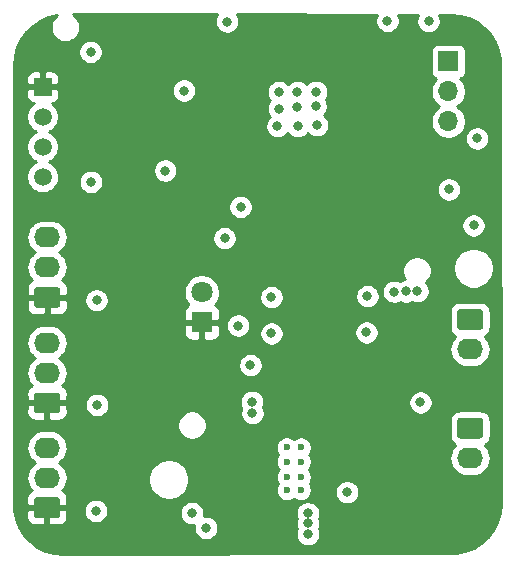
<source format=gbr>
%TF.GenerationSoftware,KiCad,Pcbnew,5.1.5+dfsg1-2build2*%
%TF.CreationDate,2022-07-17T21:36:19+12:00*%
%TF.ProjectId,automatic-plant-watering,6175746f-6d61-4746-9963-2d706c616e74,rev?*%
%TF.SameCoordinates,Original*%
%TF.FileFunction,Copper,L3,Inr*%
%TF.FilePolarity,Positive*%
%FSLAX46Y46*%
G04 Gerber Fmt 4.6, Leading zero omitted, Abs format (unit mm)*
G04 Created by KiCad (PCBNEW 5.1.5+dfsg1-2build2) date 2022-07-17 21:36:19*
%MOMM*%
%LPD*%
G04 APERTURE LIST*
%TA.AperFunction,ViaPad*%
%ADD10C,1.500000*%
%TD*%
%TA.AperFunction,ViaPad*%
%ADD11R,1.500000X1.500000*%
%TD*%
%TA.AperFunction,ViaPad*%
%ADD12C,0.600000*%
%TD*%
%TA.AperFunction,ViaPad*%
%ADD13O,2.200000X1.740000*%
%TD*%
%TA.AperFunction,ViaPad*%
%ADD14C,0.100000*%
%TD*%
%TA.AperFunction,ViaPad*%
%ADD15O,1.700000X1.700000*%
%TD*%
%TA.AperFunction,ViaPad*%
%ADD16R,1.700000X1.700000*%
%TD*%
%TA.AperFunction,ViaPad*%
%ADD17C,1.800000*%
%TD*%
%TA.AperFunction,ViaPad*%
%ADD18R,1.800000X1.800000*%
%TD*%
%TA.AperFunction,ViaPad*%
%ADD19C,0.800000*%
%TD*%
%TA.AperFunction,Conductor*%
%ADD20C,0.254000*%
%TD*%
G04 APERTURE END LIST*
D10*
%TO.N,GND*%
%TO.C,U4*%
X231853740Y-114226340D03*
%TO.N,Net-(U4-Pad3)*%
X231853740Y-111686340D03*
%TO.N,TEMP_HUMID_SEN*%
X231853740Y-109146340D03*
D11*
%TO.N,+3V3*%
X231853740Y-106606340D03*
%TD*%
D12*
%TO.N,GND*%
%TO.C,U2*%
X253698300Y-140738000D03*
X253698300Y-139638000D03*
X252498300Y-139638000D03*
X252498300Y-140738000D03*
X253698300Y-137138000D03*
X253698300Y-138338000D03*
X252498300Y-138338000D03*
X252498300Y-137138000D03*
%TD*%
D13*
%TO.N,GND*%
%TO.C,J9*%
X232209340Y-137152380D03*
%TO.N,Net-(C10-Pad1)*%
X232209340Y-139692380D03*
%TA.AperFunction,ViaPad*%
D14*
%TO.N,+3V3*%
G36*
X233083845Y-141363584D02*
G01*
X233108113Y-141367184D01*
X233131912Y-141373145D01*
X233155011Y-141381410D01*
X233177190Y-141391900D01*
X233198233Y-141404512D01*
X233217939Y-141419127D01*
X233236117Y-141435603D01*
X233252593Y-141453781D01*
X233267208Y-141473487D01*
X233279820Y-141494530D01*
X233290310Y-141516709D01*
X233298575Y-141539808D01*
X233304536Y-141563607D01*
X233308136Y-141587875D01*
X233309340Y-141612379D01*
X233309340Y-142852381D01*
X233308136Y-142876885D01*
X233304536Y-142901153D01*
X233298575Y-142924952D01*
X233290310Y-142948051D01*
X233279820Y-142970230D01*
X233267208Y-142991273D01*
X233252593Y-143010979D01*
X233236117Y-143029157D01*
X233217939Y-143045633D01*
X233198233Y-143060248D01*
X233177190Y-143072860D01*
X233155011Y-143083350D01*
X233131912Y-143091615D01*
X233108113Y-143097576D01*
X233083845Y-143101176D01*
X233059341Y-143102380D01*
X231359339Y-143102380D01*
X231334835Y-143101176D01*
X231310567Y-143097576D01*
X231286768Y-143091615D01*
X231263669Y-143083350D01*
X231241490Y-143072860D01*
X231220447Y-143060248D01*
X231200741Y-143045633D01*
X231182563Y-143029157D01*
X231166087Y-143010979D01*
X231151472Y-142991273D01*
X231138860Y-142970230D01*
X231128370Y-142948051D01*
X231120105Y-142924952D01*
X231114144Y-142901153D01*
X231110544Y-142876885D01*
X231109340Y-142852381D01*
X231109340Y-141612379D01*
X231110544Y-141587875D01*
X231114144Y-141563607D01*
X231120105Y-141539808D01*
X231128370Y-141516709D01*
X231138860Y-141494530D01*
X231151472Y-141473487D01*
X231166087Y-141453781D01*
X231182563Y-141435603D01*
X231200741Y-141419127D01*
X231220447Y-141404512D01*
X231241490Y-141391900D01*
X231263669Y-141381410D01*
X231286768Y-141373145D01*
X231310567Y-141367184D01*
X231334835Y-141363584D01*
X231359339Y-141362380D01*
X233059341Y-141362380D01*
X233083845Y-141363584D01*
G37*
%TD.AperFunction*%
%TD*%
D13*
%TO.N,GND*%
%TO.C,J8*%
X232214420Y-128277620D03*
%TO.N,Net-(C9-Pad1)*%
X232214420Y-130817620D03*
%TA.AperFunction,ViaPad*%
D14*
%TO.N,+3V3*%
G36*
X233088925Y-132488824D02*
G01*
X233113193Y-132492424D01*
X233136992Y-132498385D01*
X233160091Y-132506650D01*
X233182270Y-132517140D01*
X233203313Y-132529752D01*
X233223019Y-132544367D01*
X233241197Y-132560843D01*
X233257673Y-132579021D01*
X233272288Y-132598727D01*
X233284900Y-132619770D01*
X233295390Y-132641949D01*
X233303655Y-132665048D01*
X233309616Y-132688847D01*
X233313216Y-132713115D01*
X233314420Y-132737619D01*
X233314420Y-133977621D01*
X233313216Y-134002125D01*
X233309616Y-134026393D01*
X233303655Y-134050192D01*
X233295390Y-134073291D01*
X233284900Y-134095470D01*
X233272288Y-134116513D01*
X233257673Y-134136219D01*
X233241197Y-134154397D01*
X233223019Y-134170873D01*
X233203313Y-134185488D01*
X233182270Y-134198100D01*
X233160091Y-134208590D01*
X233136992Y-134216855D01*
X233113193Y-134222816D01*
X233088925Y-134226416D01*
X233064421Y-134227620D01*
X231364419Y-134227620D01*
X231339915Y-134226416D01*
X231315647Y-134222816D01*
X231291848Y-134216855D01*
X231268749Y-134208590D01*
X231246570Y-134198100D01*
X231225527Y-134185488D01*
X231205821Y-134170873D01*
X231187643Y-134154397D01*
X231171167Y-134136219D01*
X231156552Y-134116513D01*
X231143940Y-134095470D01*
X231133450Y-134073291D01*
X231125185Y-134050192D01*
X231119224Y-134026393D01*
X231115624Y-134002125D01*
X231114420Y-133977621D01*
X231114420Y-132737619D01*
X231115624Y-132713115D01*
X231119224Y-132688847D01*
X231125185Y-132665048D01*
X231133450Y-132641949D01*
X231143940Y-132619770D01*
X231156552Y-132598727D01*
X231171167Y-132579021D01*
X231187643Y-132560843D01*
X231205821Y-132544367D01*
X231225527Y-132529752D01*
X231246570Y-132517140D01*
X231268749Y-132506650D01*
X231291848Y-132498385D01*
X231315647Y-132492424D01*
X231339915Y-132488824D01*
X231364419Y-132487620D01*
X233064421Y-132487620D01*
X233088925Y-132488824D01*
G37*
%TD.AperFunction*%
%TD*%
D13*
%TO.N,GND*%
%TO.C,J4*%
X232219500Y-119346980D03*
%TO.N,Net-(C8-Pad1)*%
X232219500Y-121886980D03*
%TA.AperFunction,ViaPad*%
D14*
%TO.N,+3V3*%
G36*
X233094005Y-123558184D02*
G01*
X233118273Y-123561784D01*
X233142072Y-123567745D01*
X233165171Y-123576010D01*
X233187350Y-123586500D01*
X233208393Y-123599112D01*
X233228099Y-123613727D01*
X233246277Y-123630203D01*
X233262753Y-123648381D01*
X233277368Y-123668087D01*
X233289980Y-123689130D01*
X233300470Y-123711309D01*
X233308735Y-123734408D01*
X233314696Y-123758207D01*
X233318296Y-123782475D01*
X233319500Y-123806979D01*
X233319500Y-125046981D01*
X233318296Y-125071485D01*
X233314696Y-125095753D01*
X233308735Y-125119552D01*
X233300470Y-125142651D01*
X233289980Y-125164830D01*
X233277368Y-125185873D01*
X233262753Y-125205579D01*
X233246277Y-125223757D01*
X233228099Y-125240233D01*
X233208393Y-125254848D01*
X233187350Y-125267460D01*
X233165171Y-125277950D01*
X233142072Y-125286215D01*
X233118273Y-125292176D01*
X233094005Y-125295776D01*
X233069501Y-125296980D01*
X231369499Y-125296980D01*
X231344995Y-125295776D01*
X231320727Y-125292176D01*
X231296928Y-125286215D01*
X231273829Y-125277950D01*
X231251650Y-125267460D01*
X231230607Y-125254848D01*
X231210901Y-125240233D01*
X231192723Y-125223757D01*
X231176247Y-125205579D01*
X231161632Y-125185873D01*
X231149020Y-125164830D01*
X231138530Y-125142651D01*
X231130265Y-125119552D01*
X231124304Y-125095753D01*
X231120704Y-125071485D01*
X231119500Y-125046981D01*
X231119500Y-123806979D01*
X231120704Y-123782475D01*
X231124304Y-123758207D01*
X231130265Y-123734408D01*
X231138530Y-123711309D01*
X231149020Y-123689130D01*
X231161632Y-123668087D01*
X231176247Y-123648381D01*
X231192723Y-123630203D01*
X231210901Y-123613727D01*
X231230607Y-123599112D01*
X231251650Y-123586500D01*
X231273829Y-123576010D01*
X231296928Y-123567745D01*
X231320727Y-123561784D01*
X231344995Y-123558184D01*
X231369499Y-123556980D01*
X233069501Y-123556980D01*
X233094005Y-123558184D01*
G37*
%TD.AperFunction*%
%TD*%
D13*
%TO.N,Net-(D5-Pad1)*%
%TO.C,J3*%
X268033500Y-128841500D03*
%TA.AperFunction,ViaPad*%
D14*
%TO.N,GND*%
G36*
X268908005Y-125432704D02*
G01*
X268932273Y-125436304D01*
X268956072Y-125442265D01*
X268979171Y-125450530D01*
X269001350Y-125461020D01*
X269022393Y-125473632D01*
X269042099Y-125488247D01*
X269060277Y-125504723D01*
X269076753Y-125522901D01*
X269091368Y-125542607D01*
X269103980Y-125563650D01*
X269114470Y-125585829D01*
X269122735Y-125608928D01*
X269128696Y-125632727D01*
X269132296Y-125656995D01*
X269133500Y-125681499D01*
X269133500Y-126921501D01*
X269132296Y-126946005D01*
X269128696Y-126970273D01*
X269122735Y-126994072D01*
X269114470Y-127017171D01*
X269103980Y-127039350D01*
X269091368Y-127060393D01*
X269076753Y-127080099D01*
X269060277Y-127098277D01*
X269042099Y-127114753D01*
X269022393Y-127129368D01*
X269001350Y-127141980D01*
X268979171Y-127152470D01*
X268956072Y-127160735D01*
X268932273Y-127166696D01*
X268908005Y-127170296D01*
X268883501Y-127171500D01*
X267183499Y-127171500D01*
X267158995Y-127170296D01*
X267134727Y-127166696D01*
X267110928Y-127160735D01*
X267087829Y-127152470D01*
X267065650Y-127141980D01*
X267044607Y-127129368D01*
X267024901Y-127114753D01*
X267006723Y-127098277D01*
X266990247Y-127080099D01*
X266975632Y-127060393D01*
X266963020Y-127039350D01*
X266952530Y-127017171D01*
X266944265Y-126994072D01*
X266938304Y-126970273D01*
X266934704Y-126946005D01*
X266933500Y-126921501D01*
X266933500Y-125681499D01*
X266934704Y-125656995D01*
X266938304Y-125632727D01*
X266944265Y-125608928D01*
X266952530Y-125585829D01*
X266963020Y-125563650D01*
X266975632Y-125542607D01*
X266990247Y-125522901D01*
X267006723Y-125504723D01*
X267024901Y-125488247D01*
X267044607Y-125473632D01*
X267065650Y-125461020D01*
X267087829Y-125450530D01*
X267110928Y-125442265D01*
X267134727Y-125436304D01*
X267158995Y-125432704D01*
X267183499Y-125431500D01*
X268883501Y-125431500D01*
X268908005Y-125432704D01*
G37*
%TD.AperFunction*%
%TD*%
D15*
%TO.N,GND*%
%TO.C,J2*%
X266192000Y-109537500D03*
%TO.N,TX_PROG*%
X266192000Y-106997500D03*
D16*
%TO.N,RX_PROG*%
X266192000Y-104457500D03*
%TD*%
D17*
%TO.N,LIGHT_SENSOR*%
%TO.C,Q3*%
X245313200Y-124015500D03*
D18*
%TO.N,+3V3*%
X245313200Y-126555500D03*
%TD*%
D13*
%TO.N,Net-(F1-Pad2)*%
%TO.C,J1*%
X268033500Y-138049000D03*
%TA.AperFunction,ViaPad*%
D14*
%TO.N,GND*%
G36*
X268908005Y-134640204D02*
G01*
X268932273Y-134643804D01*
X268956072Y-134649765D01*
X268979171Y-134658030D01*
X269001350Y-134668520D01*
X269022393Y-134681132D01*
X269042099Y-134695747D01*
X269060277Y-134712223D01*
X269076753Y-134730401D01*
X269091368Y-134750107D01*
X269103980Y-134771150D01*
X269114470Y-134793329D01*
X269122735Y-134816428D01*
X269128696Y-134840227D01*
X269132296Y-134864495D01*
X269133500Y-134888999D01*
X269133500Y-136129001D01*
X269132296Y-136153505D01*
X269128696Y-136177773D01*
X269122735Y-136201572D01*
X269114470Y-136224671D01*
X269103980Y-136246850D01*
X269091368Y-136267893D01*
X269076753Y-136287599D01*
X269060277Y-136305777D01*
X269042099Y-136322253D01*
X269022393Y-136336868D01*
X269001350Y-136349480D01*
X268979171Y-136359970D01*
X268956072Y-136368235D01*
X268932273Y-136374196D01*
X268908005Y-136377796D01*
X268883501Y-136379000D01*
X267183499Y-136379000D01*
X267158995Y-136377796D01*
X267134727Y-136374196D01*
X267110928Y-136368235D01*
X267087829Y-136359970D01*
X267065650Y-136349480D01*
X267044607Y-136336868D01*
X267024901Y-136322253D01*
X267006723Y-136305777D01*
X266990247Y-136287599D01*
X266975632Y-136267893D01*
X266963020Y-136246850D01*
X266952530Y-136224671D01*
X266944265Y-136201572D01*
X266938304Y-136177773D01*
X266934704Y-136153505D01*
X266933500Y-136129001D01*
X266933500Y-134888999D01*
X266934704Y-134864495D01*
X266938304Y-134840227D01*
X266944265Y-134816428D01*
X266952530Y-134793329D01*
X266963020Y-134771150D01*
X266975632Y-134750107D01*
X266990247Y-134730401D01*
X267006723Y-134712223D01*
X267024901Y-134695747D01*
X267044607Y-134681132D01*
X267065650Y-134668520D01*
X267087829Y-134658030D01*
X267110928Y-134649765D01*
X267134727Y-134643804D01*
X267158995Y-134640204D01*
X267183499Y-134639000D01*
X268883501Y-134639000D01*
X268908005Y-134640204D01*
G37*
%TD.AperFunction*%
%TD*%
D19*
%TO.N,GND*%
X257616960Y-140931900D03*
X254297180Y-142709900D03*
X254304800Y-143545560D03*
X254309880Y-144465040D03*
X243812060Y-106928920D03*
X235907580Y-103649780D03*
X235922820Y-114642900D03*
X236359700Y-142506700D03*
X236448600Y-133527800D03*
X236410500Y-124675900D03*
X248399300Y-126822200D03*
X268630400Y-110972600D03*
X268325600Y-118338600D03*
X248602500Y-116776500D03*
X247243600Y-119418100D03*
X242227100Y-113703100D03*
X251206000Y-124409200D03*
X251218700Y-127482600D03*
X247472200Y-101079300D03*
X255054100Y-109855000D03*
X254965200Y-108267500D03*
X255003300Y-107022900D03*
X253415800Y-107022900D03*
X253377700Y-108318300D03*
X253441200Y-109931200D03*
X251726700Y-109943900D03*
X251841000Y-108445300D03*
X251841000Y-107061000D03*
X266230100Y-115295680D03*
X261607300Y-123952000D03*
X262610600Y-123926600D03*
X263575800Y-123913900D03*
X259257800Y-127393700D03*
X259334000Y-124333000D03*
X261035800Y-101028500D03*
X264515600Y-101053900D03*
X263824720Y-133327140D03*
X249588020Y-133278880D03*
X249600720Y-134233920D03*
X244475000Y-142697200D03*
X245694200Y-143954500D03*
X249428000Y-130175000D03*
%TO.N,+3V3*%
X240863120Y-103606600D03*
X241871500Y-111556800D03*
X240868200Y-102704900D03*
X266255500Y-119265700D03*
X264972800Y-120357900D03*
X245249700Y-129946400D03*
X247523000Y-138696700D03*
X246595900Y-138696700D03*
X245656100Y-138696700D03*
X244868700Y-137401300D03*
X247446800Y-143687800D03*
X248378980Y-143700500D03*
X248384060Y-144515840D03*
%TD*%
D20*
%TO.N,+3V3*%
G36*
X246631068Y-100475193D02*
G01*
X246554995Y-100589044D01*
X246476974Y-100777402D01*
X246437200Y-100977361D01*
X246437200Y-101181239D01*
X246476974Y-101381198D01*
X246554995Y-101569556D01*
X246668263Y-101739074D01*
X246812426Y-101883237D01*
X246981944Y-101996505D01*
X247170302Y-102074526D01*
X247370261Y-102114300D01*
X247574139Y-102114300D01*
X247774098Y-102074526D01*
X247962456Y-101996505D01*
X248131974Y-101883237D01*
X248276137Y-101739074D01*
X248389405Y-101569556D01*
X248467426Y-101381198D01*
X248507200Y-101181239D01*
X248507200Y-100977361D01*
X248467426Y-100777402D01*
X248389405Y-100589044D01*
X248313843Y-100475957D01*
X260156620Y-100481335D01*
X260118595Y-100538244D01*
X260040574Y-100726602D01*
X260000800Y-100926561D01*
X260000800Y-101130439D01*
X260040574Y-101330398D01*
X260118595Y-101518756D01*
X260231863Y-101688274D01*
X260376026Y-101832437D01*
X260545544Y-101945705D01*
X260733902Y-102023726D01*
X260933861Y-102063500D01*
X261137739Y-102063500D01*
X261337698Y-102023726D01*
X261526056Y-101945705D01*
X261695574Y-101832437D01*
X261839737Y-101688274D01*
X261953005Y-101518756D01*
X262031026Y-101330398D01*
X262070800Y-101130439D01*
X262070800Y-100926561D01*
X262031026Y-100726602D01*
X261953005Y-100538244D01*
X261917512Y-100485125D01*
X263638913Y-100503004D01*
X263598395Y-100563644D01*
X263520374Y-100752002D01*
X263480600Y-100951961D01*
X263480600Y-101155839D01*
X263520374Y-101355798D01*
X263598395Y-101544156D01*
X263711663Y-101713674D01*
X263855826Y-101857837D01*
X264025344Y-101971105D01*
X264213702Y-102049126D01*
X264413661Y-102088900D01*
X264617539Y-102088900D01*
X264817498Y-102049126D01*
X265005856Y-101971105D01*
X265175374Y-101857837D01*
X265319537Y-101713674D01*
X265432805Y-101544156D01*
X265510826Y-101355798D01*
X265550600Y-101155839D01*
X265550600Y-100951961D01*
X265510826Y-100752002D01*
X265432805Y-100563644D01*
X265404540Y-100521343D01*
X266400323Y-100531686D01*
X267192687Y-100604494D01*
X267925965Y-100811300D01*
X268609276Y-101148272D01*
X269219737Y-101604125D01*
X269736902Y-102163590D01*
X270143456Y-102807940D01*
X270425778Y-103515584D01*
X270576958Y-104275617D01*
X270600008Y-104715450D01*
X270615987Y-141888285D01*
X270543506Y-142677087D01*
X270336701Y-143410364D01*
X269999728Y-144093676D01*
X269543873Y-144704139D01*
X268984407Y-145221304D01*
X268340060Y-145627857D01*
X267632418Y-145910177D01*
X266872384Y-146061358D01*
X266435024Y-146084279D01*
X261653546Y-146050621D01*
X261650028Y-146050287D01*
X261621056Y-146050392D01*
X261592228Y-146050189D01*
X261588726Y-146050509D01*
X233594701Y-146151891D01*
X232806948Y-146079506D01*
X232073671Y-145872701D01*
X231390359Y-145535728D01*
X230779896Y-145079873D01*
X230262731Y-144520407D01*
X229856178Y-143876060D01*
X229573858Y-143168418D01*
X229560723Y-143102380D01*
X230471268Y-143102380D01*
X230483528Y-143226862D01*
X230519838Y-143346560D01*
X230578803Y-143456874D01*
X230658155Y-143553565D01*
X230754846Y-143632917D01*
X230865160Y-143691882D01*
X230984858Y-143728192D01*
X231109340Y-143740452D01*
X231923590Y-143737380D01*
X232082340Y-143578630D01*
X232082340Y-142359380D01*
X232336340Y-142359380D01*
X232336340Y-143578630D01*
X232495090Y-143737380D01*
X233309340Y-143740452D01*
X233433822Y-143728192D01*
X233553520Y-143691882D01*
X233663834Y-143632917D01*
X233760525Y-143553565D01*
X233839877Y-143456874D01*
X233898842Y-143346560D01*
X233935152Y-143226862D01*
X233947412Y-143102380D01*
X233944340Y-142518130D01*
X233830971Y-142404761D01*
X235324700Y-142404761D01*
X235324700Y-142608639D01*
X235364474Y-142808598D01*
X235442495Y-142996956D01*
X235555763Y-143166474D01*
X235699926Y-143310637D01*
X235869444Y-143423905D01*
X236057802Y-143501926D01*
X236257761Y-143541700D01*
X236461639Y-143541700D01*
X236661598Y-143501926D01*
X236849956Y-143423905D01*
X237019474Y-143310637D01*
X237163637Y-143166474D01*
X237276905Y-142996956D01*
X237354926Y-142808598D01*
X237394700Y-142608639D01*
X237394700Y-142595261D01*
X243440000Y-142595261D01*
X243440000Y-142799139D01*
X243479774Y-142999098D01*
X243557795Y-143187456D01*
X243671063Y-143356974D01*
X243815226Y-143501137D01*
X243984744Y-143614405D01*
X244173102Y-143692426D01*
X244373061Y-143732200D01*
X244576939Y-143732200D01*
X244687516Y-143710205D01*
X244659200Y-143852561D01*
X244659200Y-144056439D01*
X244698974Y-144256398D01*
X244776995Y-144444756D01*
X244890263Y-144614274D01*
X245034426Y-144758437D01*
X245203944Y-144871705D01*
X245392302Y-144949726D01*
X245592261Y-144989500D01*
X245796139Y-144989500D01*
X245996098Y-144949726D01*
X246184456Y-144871705D01*
X246353974Y-144758437D01*
X246498137Y-144614274D01*
X246611405Y-144444756D01*
X246689426Y-144256398D01*
X246729200Y-144056439D01*
X246729200Y-143852561D01*
X246689426Y-143652602D01*
X246611405Y-143464244D01*
X246498137Y-143294726D01*
X246353974Y-143150563D01*
X246184456Y-143037295D01*
X245996098Y-142959274D01*
X245796139Y-142919500D01*
X245592261Y-142919500D01*
X245481684Y-142941495D01*
X245510000Y-142799139D01*
X245510000Y-142607961D01*
X253262180Y-142607961D01*
X253262180Y-142811839D01*
X253301954Y-143011798D01*
X253353785Y-143136928D01*
X253309574Y-143243662D01*
X253269800Y-143443621D01*
X253269800Y-143647499D01*
X253309574Y-143847458D01*
X253377495Y-144011432D01*
X253314654Y-144163142D01*
X253274880Y-144363101D01*
X253274880Y-144566979D01*
X253314654Y-144766938D01*
X253392675Y-144955296D01*
X253505943Y-145124814D01*
X253650106Y-145268977D01*
X253819624Y-145382245D01*
X254007982Y-145460266D01*
X254207941Y-145500040D01*
X254411819Y-145500040D01*
X254611778Y-145460266D01*
X254800136Y-145382245D01*
X254969654Y-145268977D01*
X255113817Y-145124814D01*
X255227085Y-144955296D01*
X255305106Y-144766938D01*
X255344880Y-144566979D01*
X255344880Y-144363101D01*
X255305106Y-144163142D01*
X255237185Y-143999168D01*
X255300026Y-143847458D01*
X255339800Y-143647499D01*
X255339800Y-143443621D01*
X255300026Y-143243662D01*
X255248195Y-143118532D01*
X255292406Y-143011798D01*
X255332180Y-142811839D01*
X255332180Y-142607961D01*
X255292406Y-142408002D01*
X255214385Y-142219644D01*
X255101117Y-142050126D01*
X254956954Y-141905963D01*
X254787436Y-141792695D01*
X254599078Y-141714674D01*
X254399119Y-141674900D01*
X254195241Y-141674900D01*
X253995282Y-141714674D01*
X253806924Y-141792695D01*
X253637406Y-141905963D01*
X253493243Y-142050126D01*
X253379975Y-142219644D01*
X253301954Y-142408002D01*
X253262180Y-142607961D01*
X245510000Y-142607961D01*
X245510000Y-142595261D01*
X245470226Y-142395302D01*
X245392205Y-142206944D01*
X245278937Y-142037426D01*
X245134774Y-141893263D01*
X244965256Y-141779995D01*
X244776898Y-141701974D01*
X244576939Y-141662200D01*
X244373061Y-141662200D01*
X244173102Y-141701974D01*
X243984744Y-141779995D01*
X243815226Y-141893263D01*
X243671063Y-142037426D01*
X243557795Y-142206944D01*
X243479774Y-142395302D01*
X243440000Y-142595261D01*
X237394700Y-142595261D01*
X237394700Y-142404761D01*
X237354926Y-142204802D01*
X237276905Y-142016444D01*
X237163637Y-141846926D01*
X237019474Y-141702763D01*
X236849956Y-141589495D01*
X236661598Y-141511474D01*
X236461639Y-141471700D01*
X236257761Y-141471700D01*
X236057802Y-141511474D01*
X235869444Y-141589495D01*
X235699926Y-141702763D01*
X235555763Y-141846926D01*
X235442495Y-142016444D01*
X235364474Y-142204802D01*
X235324700Y-142404761D01*
X233830971Y-142404761D01*
X233785590Y-142359380D01*
X232336340Y-142359380D01*
X232082340Y-142359380D01*
X230633090Y-142359380D01*
X230474340Y-142518130D01*
X230471268Y-143102380D01*
X229560723Y-143102380D01*
X229422677Y-142408384D01*
X229399635Y-141968709D01*
X229399635Y-137152380D01*
X230467058Y-137152380D01*
X230496116Y-137447412D01*
X230582174Y-137731105D01*
X230721923Y-137992559D01*
X230909995Y-138221725D01*
X231139161Y-138409797D01*
X231162702Y-138422380D01*
X231139161Y-138434963D01*
X230909995Y-138623035D01*
X230721923Y-138852201D01*
X230582174Y-139113655D01*
X230496116Y-139397348D01*
X230467058Y-139692380D01*
X230496116Y-139987412D01*
X230582174Y-140271105D01*
X230721923Y-140532559D01*
X230908387Y-140759765D01*
X230865160Y-140772878D01*
X230754846Y-140831843D01*
X230658155Y-140911195D01*
X230578803Y-141007886D01*
X230519838Y-141118200D01*
X230483528Y-141237898D01*
X230471268Y-141362380D01*
X230474340Y-141946630D01*
X230633090Y-142105380D01*
X232082340Y-142105380D01*
X232082340Y-142085380D01*
X232336340Y-142085380D01*
X232336340Y-142105380D01*
X233785590Y-142105380D01*
X233944340Y-141946630D01*
X233947412Y-141362380D01*
X233935152Y-141237898D01*
X233898842Y-141118200D01*
X233839877Y-141007886D01*
X233760525Y-140911195D01*
X233663834Y-140831843D01*
X233553520Y-140772878D01*
X233510293Y-140759765D01*
X233696757Y-140532559D01*
X233836506Y-140271105D01*
X233922564Y-139987412D01*
X233951622Y-139692380D01*
X233950302Y-139678977D01*
X240776580Y-139678977D01*
X240776580Y-140020743D01*
X240843255Y-140355941D01*
X240974043Y-140671691D01*
X241163917Y-140955858D01*
X241405582Y-141197523D01*
X241689749Y-141387397D01*
X242005499Y-141518185D01*
X242340697Y-141584860D01*
X242682463Y-141584860D01*
X243017661Y-141518185D01*
X243333411Y-141387397D01*
X243617578Y-141197523D01*
X243859243Y-140955858D01*
X244049117Y-140671691D01*
X244179905Y-140355941D01*
X244246580Y-140020743D01*
X244246580Y-139678977D01*
X244179905Y-139343779D01*
X244049117Y-139028029D01*
X243859243Y-138743862D01*
X243617578Y-138502197D01*
X243333411Y-138312323D01*
X243017661Y-138181535D01*
X242682463Y-138114860D01*
X242340697Y-138114860D01*
X242005499Y-138181535D01*
X241689749Y-138312323D01*
X241405582Y-138502197D01*
X241163917Y-138743862D01*
X240974043Y-139028029D01*
X240843255Y-139343779D01*
X240776580Y-139678977D01*
X233950302Y-139678977D01*
X233922564Y-139397348D01*
X233836506Y-139113655D01*
X233696757Y-138852201D01*
X233508685Y-138623035D01*
X233279519Y-138434963D01*
X233255978Y-138422380D01*
X233279519Y-138409797D01*
X233508685Y-138221725D01*
X233696757Y-137992559D01*
X233836506Y-137731105D01*
X233922564Y-137447412D01*
X233951622Y-137152380D01*
X233941136Y-137045911D01*
X251563300Y-137045911D01*
X251563300Y-137230089D01*
X251599232Y-137410729D01*
X251669714Y-137580889D01*
X251772038Y-137734028D01*
X251776010Y-137738000D01*
X251772038Y-137741972D01*
X251669714Y-137895111D01*
X251599232Y-138065271D01*
X251563300Y-138245911D01*
X251563300Y-138430089D01*
X251599232Y-138610729D01*
X251669714Y-138780889D01*
X251772038Y-138934028D01*
X251826010Y-138988000D01*
X251772038Y-139041972D01*
X251669714Y-139195111D01*
X251599232Y-139365271D01*
X251563300Y-139545911D01*
X251563300Y-139730089D01*
X251599232Y-139910729D01*
X251669714Y-140080889D01*
X251741283Y-140188000D01*
X251669714Y-140295111D01*
X251599232Y-140465271D01*
X251563300Y-140645911D01*
X251563300Y-140830089D01*
X251599232Y-141010729D01*
X251669714Y-141180889D01*
X251772038Y-141334028D01*
X251902272Y-141464262D01*
X252055411Y-141566586D01*
X252225571Y-141637068D01*
X252406211Y-141673000D01*
X252590389Y-141673000D01*
X252771029Y-141637068D01*
X252941189Y-141566586D01*
X253094328Y-141464262D01*
X253098300Y-141460290D01*
X253102272Y-141464262D01*
X253255411Y-141566586D01*
X253425571Y-141637068D01*
X253606211Y-141673000D01*
X253790389Y-141673000D01*
X253971029Y-141637068D01*
X254141189Y-141566586D01*
X254294328Y-141464262D01*
X254424562Y-141334028D01*
X254526886Y-141180889D01*
X254597368Y-141010729D01*
X254633300Y-140830089D01*
X254633300Y-140829961D01*
X256581960Y-140829961D01*
X256581960Y-141033839D01*
X256621734Y-141233798D01*
X256699755Y-141422156D01*
X256813023Y-141591674D01*
X256957186Y-141735837D01*
X257126704Y-141849105D01*
X257315062Y-141927126D01*
X257515021Y-141966900D01*
X257718899Y-141966900D01*
X257918858Y-141927126D01*
X258107216Y-141849105D01*
X258276734Y-141735837D01*
X258420897Y-141591674D01*
X258534165Y-141422156D01*
X258612186Y-141233798D01*
X258651960Y-141033839D01*
X258651960Y-140829961D01*
X258612186Y-140630002D01*
X258534165Y-140441644D01*
X258420897Y-140272126D01*
X258276734Y-140127963D01*
X258107216Y-140014695D01*
X257918858Y-139936674D01*
X257718899Y-139896900D01*
X257515021Y-139896900D01*
X257315062Y-139936674D01*
X257126704Y-140014695D01*
X256957186Y-140127963D01*
X256813023Y-140272126D01*
X256699755Y-140441644D01*
X256621734Y-140630002D01*
X256581960Y-140829961D01*
X254633300Y-140829961D01*
X254633300Y-140645911D01*
X254597368Y-140465271D01*
X254526886Y-140295111D01*
X254455317Y-140188000D01*
X254526886Y-140080889D01*
X254597368Y-139910729D01*
X254633300Y-139730089D01*
X254633300Y-139545911D01*
X254597368Y-139365271D01*
X254526886Y-139195111D01*
X254424562Y-139041972D01*
X254370590Y-138988000D01*
X254424562Y-138934028D01*
X254526886Y-138780889D01*
X254597368Y-138610729D01*
X254633300Y-138430089D01*
X254633300Y-138245911D01*
X254597368Y-138065271D01*
X254590629Y-138049000D01*
X266291218Y-138049000D01*
X266320276Y-138344032D01*
X266406334Y-138627725D01*
X266546083Y-138889179D01*
X266734155Y-139118345D01*
X266963321Y-139306417D01*
X267224775Y-139446166D01*
X267508468Y-139532224D01*
X267729564Y-139554000D01*
X268337436Y-139554000D01*
X268558532Y-139532224D01*
X268842225Y-139446166D01*
X269103679Y-139306417D01*
X269332845Y-139118345D01*
X269520917Y-138889179D01*
X269660666Y-138627725D01*
X269746724Y-138344032D01*
X269775782Y-138049000D01*
X269746724Y-137753968D01*
X269660666Y-137470275D01*
X269520917Y-137208821D01*
X269332845Y-136979655D01*
X269267386Y-136925934D01*
X269376887Y-136867405D01*
X269511462Y-136756962D01*
X269621905Y-136622387D01*
X269703972Y-136468851D01*
X269754508Y-136302255D01*
X269771572Y-136129001D01*
X269771572Y-134888999D01*
X269754508Y-134715745D01*
X269703972Y-134549149D01*
X269621905Y-134395613D01*
X269511462Y-134261038D01*
X269376887Y-134150595D01*
X269223351Y-134068528D01*
X269056755Y-134017992D01*
X268883501Y-134000928D01*
X267183499Y-134000928D01*
X267010245Y-134017992D01*
X266843649Y-134068528D01*
X266690113Y-134150595D01*
X266555538Y-134261038D01*
X266445095Y-134395613D01*
X266363028Y-134549149D01*
X266312492Y-134715745D01*
X266295428Y-134888999D01*
X266295428Y-136129001D01*
X266312492Y-136302255D01*
X266363028Y-136468851D01*
X266445095Y-136622387D01*
X266555538Y-136756962D01*
X266690113Y-136867405D01*
X266799614Y-136925934D01*
X266734155Y-136979655D01*
X266546083Y-137208821D01*
X266406334Y-137470275D01*
X266320276Y-137753968D01*
X266291218Y-138049000D01*
X254590629Y-138049000D01*
X254526886Y-137895111D01*
X254424562Y-137741972D01*
X254420590Y-137738000D01*
X254424562Y-137734028D01*
X254526886Y-137580889D01*
X254597368Y-137410729D01*
X254633300Y-137230089D01*
X254633300Y-137045911D01*
X254597368Y-136865271D01*
X254526886Y-136695111D01*
X254424562Y-136541972D01*
X254294328Y-136411738D01*
X254141189Y-136309414D01*
X253971029Y-136238932D01*
X253790389Y-136203000D01*
X253606211Y-136203000D01*
X253425571Y-136238932D01*
X253255411Y-136309414D01*
X253102272Y-136411738D01*
X253098300Y-136415710D01*
X253094328Y-136411738D01*
X252941189Y-136309414D01*
X252771029Y-136238932D01*
X252590389Y-136203000D01*
X252406211Y-136203000D01*
X252225571Y-136238932D01*
X252055411Y-136309414D01*
X251902272Y-136411738D01*
X251772038Y-136541972D01*
X251669714Y-136695111D01*
X251599232Y-136865271D01*
X251563300Y-137045911D01*
X233941136Y-137045911D01*
X233922564Y-136857348D01*
X233836506Y-136573655D01*
X233696757Y-136312201D01*
X233508685Y-136083035D01*
X233279519Y-135894963D01*
X233018065Y-135755214D01*
X232734372Y-135669156D01*
X232513276Y-135647380D01*
X231905404Y-135647380D01*
X231684308Y-135669156D01*
X231400615Y-135755214D01*
X231139161Y-135894963D01*
X230909995Y-136083035D01*
X230721923Y-136312201D01*
X230582174Y-136573655D01*
X230496116Y-136857348D01*
X230467058Y-137152380D01*
X229399635Y-137152380D01*
X229399635Y-135134430D01*
X243242828Y-135134430D01*
X243242828Y-135380650D01*
X243290863Y-135622138D01*
X243385087Y-135849614D01*
X243521879Y-136054338D01*
X243695982Y-136228441D01*
X243900706Y-136365233D01*
X244128182Y-136459457D01*
X244369670Y-136507492D01*
X244615890Y-136507492D01*
X244857378Y-136459457D01*
X245084854Y-136365233D01*
X245289578Y-136228441D01*
X245463681Y-136054338D01*
X245600473Y-135849614D01*
X245694697Y-135622138D01*
X245742732Y-135380650D01*
X245742732Y-135134430D01*
X245694697Y-134892942D01*
X245600473Y-134665466D01*
X245463681Y-134460742D01*
X245289578Y-134286639D01*
X245084854Y-134149847D01*
X244857378Y-134055623D01*
X244615890Y-134007588D01*
X244369670Y-134007588D01*
X244128182Y-134055623D01*
X243900706Y-134149847D01*
X243695982Y-134286639D01*
X243521879Y-134460742D01*
X243385087Y-134665466D01*
X243290863Y-134892942D01*
X243242828Y-135134430D01*
X229399635Y-135134430D01*
X229399635Y-134227620D01*
X230476348Y-134227620D01*
X230488608Y-134352102D01*
X230524918Y-134471800D01*
X230583883Y-134582114D01*
X230663235Y-134678805D01*
X230759926Y-134758157D01*
X230870240Y-134817122D01*
X230989938Y-134853432D01*
X231114420Y-134865692D01*
X231928670Y-134862620D01*
X232087420Y-134703870D01*
X232087420Y-133484620D01*
X232341420Y-133484620D01*
X232341420Y-134703870D01*
X232500170Y-134862620D01*
X233314420Y-134865692D01*
X233438902Y-134853432D01*
X233558600Y-134817122D01*
X233668914Y-134758157D01*
X233765605Y-134678805D01*
X233844957Y-134582114D01*
X233903922Y-134471800D01*
X233940232Y-134352102D01*
X233952492Y-134227620D01*
X233949420Y-133643370D01*
X233790670Y-133484620D01*
X232341420Y-133484620D01*
X232087420Y-133484620D01*
X230638170Y-133484620D01*
X230479420Y-133643370D01*
X230476348Y-134227620D01*
X229399635Y-134227620D01*
X229399635Y-133425861D01*
X235413600Y-133425861D01*
X235413600Y-133629739D01*
X235453374Y-133829698D01*
X235531395Y-134018056D01*
X235644663Y-134187574D01*
X235788826Y-134331737D01*
X235958344Y-134445005D01*
X236146702Y-134523026D01*
X236346661Y-134562800D01*
X236550539Y-134562800D01*
X236750498Y-134523026D01*
X236938856Y-134445005D01*
X237108374Y-134331737D01*
X237252537Y-134187574D01*
X237365805Y-134018056D01*
X237443826Y-133829698D01*
X237483600Y-133629739D01*
X237483600Y-133425861D01*
X237443826Y-133225902D01*
X237423546Y-133176941D01*
X248553020Y-133176941D01*
X248553020Y-133380819D01*
X248592794Y-133580778D01*
X248670815Y-133769136D01*
X248672142Y-133771121D01*
X248605494Y-133932022D01*
X248565720Y-134131981D01*
X248565720Y-134335859D01*
X248605494Y-134535818D01*
X248683515Y-134724176D01*
X248796783Y-134893694D01*
X248940946Y-135037857D01*
X249110464Y-135151125D01*
X249298822Y-135229146D01*
X249498781Y-135268920D01*
X249702659Y-135268920D01*
X249902618Y-135229146D01*
X250090976Y-135151125D01*
X250260494Y-135037857D01*
X250404657Y-134893694D01*
X250517925Y-134724176D01*
X250595946Y-134535818D01*
X250635720Y-134335859D01*
X250635720Y-134131981D01*
X250595946Y-133932022D01*
X250517925Y-133743664D01*
X250516598Y-133741679D01*
X250583246Y-133580778D01*
X250623020Y-133380819D01*
X250623020Y-133225201D01*
X262789720Y-133225201D01*
X262789720Y-133429079D01*
X262829494Y-133629038D01*
X262907515Y-133817396D01*
X263020783Y-133986914D01*
X263164946Y-134131077D01*
X263334464Y-134244345D01*
X263522822Y-134322366D01*
X263722781Y-134362140D01*
X263926659Y-134362140D01*
X264126618Y-134322366D01*
X264314976Y-134244345D01*
X264484494Y-134131077D01*
X264628657Y-133986914D01*
X264741925Y-133817396D01*
X264819946Y-133629038D01*
X264859720Y-133429079D01*
X264859720Y-133225201D01*
X264819946Y-133025242D01*
X264741925Y-132836884D01*
X264628657Y-132667366D01*
X264484494Y-132523203D01*
X264314976Y-132409935D01*
X264126618Y-132331914D01*
X263926659Y-132292140D01*
X263722781Y-132292140D01*
X263522822Y-132331914D01*
X263334464Y-132409935D01*
X263164946Y-132523203D01*
X263020783Y-132667366D01*
X262907515Y-132836884D01*
X262829494Y-133025242D01*
X262789720Y-133225201D01*
X250623020Y-133225201D01*
X250623020Y-133176941D01*
X250583246Y-132976982D01*
X250505225Y-132788624D01*
X250391957Y-132619106D01*
X250247794Y-132474943D01*
X250078276Y-132361675D01*
X249889918Y-132283654D01*
X249689959Y-132243880D01*
X249486081Y-132243880D01*
X249286122Y-132283654D01*
X249097764Y-132361675D01*
X248928246Y-132474943D01*
X248784083Y-132619106D01*
X248670815Y-132788624D01*
X248592794Y-132976982D01*
X248553020Y-133176941D01*
X237423546Y-133176941D01*
X237365805Y-133037544D01*
X237252537Y-132868026D01*
X237108374Y-132723863D01*
X236938856Y-132610595D01*
X236750498Y-132532574D01*
X236550539Y-132492800D01*
X236346661Y-132492800D01*
X236146702Y-132532574D01*
X235958344Y-132610595D01*
X235788826Y-132723863D01*
X235644663Y-132868026D01*
X235531395Y-133037544D01*
X235453374Y-133225902D01*
X235413600Y-133425861D01*
X229399635Y-133425861D01*
X229399635Y-128277620D01*
X230472138Y-128277620D01*
X230501196Y-128572652D01*
X230587254Y-128856345D01*
X230727003Y-129117799D01*
X230915075Y-129346965D01*
X231144241Y-129535037D01*
X231167782Y-129547620D01*
X231144241Y-129560203D01*
X230915075Y-129748275D01*
X230727003Y-129977441D01*
X230587254Y-130238895D01*
X230501196Y-130522588D01*
X230472138Y-130817620D01*
X230501196Y-131112652D01*
X230587254Y-131396345D01*
X230727003Y-131657799D01*
X230913467Y-131885005D01*
X230870240Y-131898118D01*
X230759926Y-131957083D01*
X230663235Y-132036435D01*
X230583883Y-132133126D01*
X230524918Y-132243440D01*
X230488608Y-132363138D01*
X230476348Y-132487620D01*
X230479420Y-133071870D01*
X230638170Y-133230620D01*
X232087420Y-133230620D01*
X232087420Y-133210620D01*
X232341420Y-133210620D01*
X232341420Y-133230620D01*
X233790670Y-133230620D01*
X233949420Y-133071870D01*
X233952492Y-132487620D01*
X233940232Y-132363138D01*
X233903922Y-132243440D01*
X233844957Y-132133126D01*
X233765605Y-132036435D01*
X233668914Y-131957083D01*
X233558600Y-131898118D01*
X233515373Y-131885005D01*
X233701837Y-131657799D01*
X233841586Y-131396345D01*
X233927644Y-131112652D01*
X233956702Y-130817620D01*
X233927644Y-130522588D01*
X233841586Y-130238895D01*
X233752947Y-130073061D01*
X248393000Y-130073061D01*
X248393000Y-130276939D01*
X248432774Y-130476898D01*
X248510795Y-130665256D01*
X248624063Y-130834774D01*
X248768226Y-130978937D01*
X248937744Y-131092205D01*
X249126102Y-131170226D01*
X249326061Y-131210000D01*
X249529939Y-131210000D01*
X249729898Y-131170226D01*
X249918256Y-131092205D01*
X250087774Y-130978937D01*
X250231937Y-130834774D01*
X250345205Y-130665256D01*
X250423226Y-130476898D01*
X250463000Y-130276939D01*
X250463000Y-130073061D01*
X250423226Y-129873102D01*
X250345205Y-129684744D01*
X250231937Y-129515226D01*
X250087774Y-129371063D01*
X249918256Y-129257795D01*
X249729898Y-129179774D01*
X249529939Y-129140000D01*
X249326061Y-129140000D01*
X249126102Y-129179774D01*
X248937744Y-129257795D01*
X248768226Y-129371063D01*
X248624063Y-129515226D01*
X248510795Y-129684744D01*
X248432774Y-129873102D01*
X248393000Y-130073061D01*
X233752947Y-130073061D01*
X233701837Y-129977441D01*
X233513765Y-129748275D01*
X233284599Y-129560203D01*
X233261058Y-129547620D01*
X233284599Y-129535037D01*
X233513765Y-129346965D01*
X233701837Y-129117799D01*
X233841586Y-128856345D01*
X233846089Y-128841500D01*
X266291218Y-128841500D01*
X266320276Y-129136532D01*
X266406334Y-129420225D01*
X266546083Y-129681679D01*
X266734155Y-129910845D01*
X266963321Y-130098917D01*
X267224775Y-130238666D01*
X267508468Y-130324724D01*
X267729564Y-130346500D01*
X268337436Y-130346500D01*
X268558532Y-130324724D01*
X268842225Y-130238666D01*
X269103679Y-130098917D01*
X269332845Y-129910845D01*
X269520917Y-129681679D01*
X269660666Y-129420225D01*
X269746724Y-129136532D01*
X269775782Y-128841500D01*
X269746724Y-128546468D01*
X269660666Y-128262775D01*
X269520917Y-128001321D01*
X269332845Y-127772155D01*
X269267386Y-127718434D01*
X269376887Y-127659905D01*
X269511462Y-127549462D01*
X269621905Y-127414887D01*
X269703972Y-127261351D01*
X269754508Y-127094755D01*
X269771572Y-126921501D01*
X269771572Y-125681499D01*
X269754508Y-125508245D01*
X269703972Y-125341649D01*
X269621905Y-125188113D01*
X269511462Y-125053538D01*
X269376887Y-124943095D01*
X269223351Y-124861028D01*
X269056755Y-124810492D01*
X268883501Y-124793428D01*
X267183499Y-124793428D01*
X267010245Y-124810492D01*
X266843649Y-124861028D01*
X266690113Y-124943095D01*
X266555538Y-125053538D01*
X266445095Y-125188113D01*
X266363028Y-125341649D01*
X266312492Y-125508245D01*
X266295428Y-125681499D01*
X266295428Y-126921501D01*
X266312492Y-127094755D01*
X266363028Y-127261351D01*
X266445095Y-127414887D01*
X266555538Y-127549462D01*
X266690113Y-127659905D01*
X266799614Y-127718434D01*
X266734155Y-127772155D01*
X266546083Y-128001321D01*
X266406334Y-128262775D01*
X266320276Y-128546468D01*
X266291218Y-128841500D01*
X233846089Y-128841500D01*
X233927644Y-128572652D01*
X233956702Y-128277620D01*
X233927644Y-127982588D01*
X233841586Y-127698895D01*
X233711490Y-127455500D01*
X243775128Y-127455500D01*
X243787388Y-127579982D01*
X243823698Y-127699680D01*
X243882663Y-127809994D01*
X243962015Y-127906685D01*
X244058706Y-127986037D01*
X244169020Y-128045002D01*
X244288718Y-128081312D01*
X244413200Y-128093572D01*
X245027450Y-128090500D01*
X245186200Y-127931750D01*
X245186200Y-126682500D01*
X245440200Y-126682500D01*
X245440200Y-127931750D01*
X245598950Y-128090500D01*
X246213200Y-128093572D01*
X246337682Y-128081312D01*
X246457380Y-128045002D01*
X246567694Y-127986037D01*
X246664385Y-127906685D01*
X246743737Y-127809994D01*
X246802702Y-127699680D01*
X246839012Y-127579982D01*
X246851272Y-127455500D01*
X246848200Y-126841250D01*
X246727211Y-126720261D01*
X247364300Y-126720261D01*
X247364300Y-126924139D01*
X247404074Y-127124098D01*
X247482095Y-127312456D01*
X247595363Y-127481974D01*
X247739526Y-127626137D01*
X247909044Y-127739405D01*
X248097402Y-127817426D01*
X248297361Y-127857200D01*
X248501239Y-127857200D01*
X248701198Y-127817426D01*
X248889556Y-127739405D01*
X249059074Y-127626137D01*
X249203237Y-127481974D01*
X249270931Y-127380661D01*
X250183700Y-127380661D01*
X250183700Y-127584539D01*
X250223474Y-127784498D01*
X250301495Y-127972856D01*
X250414763Y-128142374D01*
X250558926Y-128286537D01*
X250728444Y-128399805D01*
X250916802Y-128477826D01*
X251116761Y-128517600D01*
X251320639Y-128517600D01*
X251520598Y-128477826D01*
X251708956Y-128399805D01*
X251878474Y-128286537D01*
X252022637Y-128142374D01*
X252135905Y-127972856D01*
X252213926Y-127784498D01*
X252253700Y-127584539D01*
X252253700Y-127380661D01*
X252236017Y-127291761D01*
X258222800Y-127291761D01*
X258222800Y-127495639D01*
X258262574Y-127695598D01*
X258340595Y-127883956D01*
X258453863Y-128053474D01*
X258598026Y-128197637D01*
X258767544Y-128310905D01*
X258955902Y-128388926D01*
X259155861Y-128428700D01*
X259359739Y-128428700D01*
X259559698Y-128388926D01*
X259748056Y-128310905D01*
X259917574Y-128197637D01*
X260061737Y-128053474D01*
X260175005Y-127883956D01*
X260253026Y-127695598D01*
X260292800Y-127495639D01*
X260292800Y-127291761D01*
X260253026Y-127091802D01*
X260175005Y-126903444D01*
X260061737Y-126733926D01*
X259917574Y-126589763D01*
X259748056Y-126476495D01*
X259559698Y-126398474D01*
X259359739Y-126358700D01*
X259155861Y-126358700D01*
X258955902Y-126398474D01*
X258767544Y-126476495D01*
X258598026Y-126589763D01*
X258453863Y-126733926D01*
X258340595Y-126903444D01*
X258262574Y-127091802D01*
X258222800Y-127291761D01*
X252236017Y-127291761D01*
X252213926Y-127180702D01*
X252135905Y-126992344D01*
X252022637Y-126822826D01*
X251878474Y-126678663D01*
X251708956Y-126565395D01*
X251520598Y-126487374D01*
X251320639Y-126447600D01*
X251116761Y-126447600D01*
X250916802Y-126487374D01*
X250728444Y-126565395D01*
X250558926Y-126678663D01*
X250414763Y-126822826D01*
X250301495Y-126992344D01*
X250223474Y-127180702D01*
X250183700Y-127380661D01*
X249270931Y-127380661D01*
X249316505Y-127312456D01*
X249394526Y-127124098D01*
X249434300Y-126924139D01*
X249434300Y-126720261D01*
X249394526Y-126520302D01*
X249316505Y-126331944D01*
X249203237Y-126162426D01*
X249059074Y-126018263D01*
X248889556Y-125904995D01*
X248701198Y-125826974D01*
X248501239Y-125787200D01*
X248297361Y-125787200D01*
X248097402Y-125826974D01*
X247909044Y-125904995D01*
X247739526Y-126018263D01*
X247595363Y-126162426D01*
X247482095Y-126331944D01*
X247404074Y-126520302D01*
X247364300Y-126720261D01*
X246727211Y-126720261D01*
X246689450Y-126682500D01*
X245440200Y-126682500D01*
X245186200Y-126682500D01*
X243936950Y-126682500D01*
X243778200Y-126841250D01*
X243775128Y-127455500D01*
X233711490Y-127455500D01*
X233701837Y-127437441D01*
X233513765Y-127208275D01*
X233284599Y-127020203D01*
X233023145Y-126880454D01*
X232739452Y-126794396D01*
X232518356Y-126772620D01*
X231910484Y-126772620D01*
X231689388Y-126794396D01*
X231405695Y-126880454D01*
X231144241Y-127020203D01*
X230915075Y-127208275D01*
X230727003Y-127437441D01*
X230587254Y-127698895D01*
X230501196Y-127982588D01*
X230472138Y-128277620D01*
X229399635Y-128277620D01*
X229399635Y-125296980D01*
X230481428Y-125296980D01*
X230493688Y-125421462D01*
X230529998Y-125541160D01*
X230588963Y-125651474D01*
X230668315Y-125748165D01*
X230765006Y-125827517D01*
X230875320Y-125886482D01*
X230995018Y-125922792D01*
X231119500Y-125935052D01*
X231933750Y-125931980D01*
X232092500Y-125773230D01*
X232092500Y-124553980D01*
X232346500Y-124553980D01*
X232346500Y-125773230D01*
X232505250Y-125931980D01*
X233319500Y-125935052D01*
X233443982Y-125922792D01*
X233563680Y-125886482D01*
X233673994Y-125827517D01*
X233770685Y-125748165D01*
X233850037Y-125651474D01*
X233909002Y-125541160D01*
X233945312Y-125421462D01*
X233957572Y-125296980D01*
X233954500Y-124712730D01*
X233815731Y-124573961D01*
X235375500Y-124573961D01*
X235375500Y-124777839D01*
X235415274Y-124977798D01*
X235493295Y-125166156D01*
X235606563Y-125335674D01*
X235750726Y-125479837D01*
X235920244Y-125593105D01*
X236108602Y-125671126D01*
X236308561Y-125710900D01*
X236512439Y-125710900D01*
X236712398Y-125671126D01*
X236750122Y-125655500D01*
X243775128Y-125655500D01*
X243778200Y-126269750D01*
X243936950Y-126428500D01*
X245186200Y-126428500D01*
X245186200Y-126408500D01*
X245440200Y-126408500D01*
X245440200Y-126428500D01*
X246689450Y-126428500D01*
X246848200Y-126269750D01*
X246851272Y-125655500D01*
X246839012Y-125531018D01*
X246802702Y-125411320D01*
X246743737Y-125301006D01*
X246664385Y-125204315D01*
X246567694Y-125124963D01*
X246457380Y-125065998D01*
X246439073Y-125060444D01*
X246505512Y-124994005D01*
X246673499Y-124742595D01*
X246789211Y-124463243D01*
X246820237Y-124307261D01*
X250171000Y-124307261D01*
X250171000Y-124511139D01*
X250210774Y-124711098D01*
X250288795Y-124899456D01*
X250402063Y-125068974D01*
X250546226Y-125213137D01*
X250715744Y-125326405D01*
X250904102Y-125404426D01*
X251104061Y-125444200D01*
X251307939Y-125444200D01*
X251507898Y-125404426D01*
X251696256Y-125326405D01*
X251865774Y-125213137D01*
X252009937Y-125068974D01*
X252123205Y-124899456D01*
X252201226Y-124711098D01*
X252241000Y-124511139D01*
X252241000Y-124307261D01*
X252225843Y-124231061D01*
X258299000Y-124231061D01*
X258299000Y-124434939D01*
X258338774Y-124634898D01*
X258416795Y-124823256D01*
X258530063Y-124992774D01*
X258674226Y-125136937D01*
X258843744Y-125250205D01*
X259032102Y-125328226D01*
X259232061Y-125368000D01*
X259435939Y-125368000D01*
X259635898Y-125328226D01*
X259824256Y-125250205D01*
X259993774Y-125136937D01*
X260137937Y-124992774D01*
X260251205Y-124823256D01*
X260329226Y-124634898D01*
X260369000Y-124434939D01*
X260369000Y-124231061D01*
X260329226Y-124031102D01*
X260254236Y-123850061D01*
X260572300Y-123850061D01*
X260572300Y-124053939D01*
X260612074Y-124253898D01*
X260690095Y-124442256D01*
X260803363Y-124611774D01*
X260947526Y-124755937D01*
X261117044Y-124869205D01*
X261305402Y-124947226D01*
X261505361Y-124987000D01*
X261709239Y-124987000D01*
X261909198Y-124947226D01*
X262097556Y-124869205D01*
X262129743Y-124847698D01*
X262308702Y-124921826D01*
X262508661Y-124961600D01*
X262712539Y-124961600D01*
X262912498Y-124921826D01*
X263100856Y-124843805D01*
X263106730Y-124839880D01*
X263273902Y-124909126D01*
X263473861Y-124948900D01*
X263677739Y-124948900D01*
X263877698Y-124909126D01*
X264066056Y-124831105D01*
X264235574Y-124717837D01*
X264379737Y-124573674D01*
X264493005Y-124404156D01*
X264571026Y-124215798D01*
X264610800Y-124015839D01*
X264610800Y-123811961D01*
X264571026Y-123612002D01*
X264493005Y-123423644D01*
X264379737Y-123254126D01*
X264300204Y-123174593D01*
X264337038Y-123149981D01*
X264511141Y-122975878D01*
X264647933Y-122771154D01*
X264742157Y-122543678D01*
X264790192Y-122302190D01*
X264790192Y-122055970D01*
X264742157Y-121814482D01*
X264736124Y-121799917D01*
X266590600Y-121799917D01*
X266590600Y-122141683D01*
X266657275Y-122476881D01*
X266788063Y-122792631D01*
X266977937Y-123076798D01*
X267219602Y-123318463D01*
X267503769Y-123508337D01*
X267819519Y-123639125D01*
X268154717Y-123705800D01*
X268496483Y-123705800D01*
X268831681Y-123639125D01*
X269147431Y-123508337D01*
X269431598Y-123318463D01*
X269673263Y-123076798D01*
X269863137Y-122792631D01*
X269993925Y-122476881D01*
X270060600Y-122141683D01*
X270060600Y-121799917D01*
X269993925Y-121464719D01*
X269863137Y-121148969D01*
X269673263Y-120864802D01*
X269431598Y-120623137D01*
X269147431Y-120433263D01*
X268831681Y-120302475D01*
X268496483Y-120235800D01*
X268154717Y-120235800D01*
X267819519Y-120302475D01*
X267503769Y-120433263D01*
X267219602Y-120623137D01*
X266977937Y-120864802D01*
X266788063Y-121148969D01*
X266657275Y-121464719D01*
X266590600Y-121799917D01*
X264736124Y-121799917D01*
X264647933Y-121587006D01*
X264511141Y-121382282D01*
X264337038Y-121208179D01*
X264132314Y-121071387D01*
X263904838Y-120977163D01*
X263663350Y-120929128D01*
X263417130Y-120929128D01*
X263175642Y-120977163D01*
X262948166Y-121071387D01*
X262743442Y-121208179D01*
X262569339Y-121382282D01*
X262432547Y-121587006D01*
X262338323Y-121814482D01*
X262290288Y-122055970D01*
X262290288Y-122302190D01*
X262338323Y-122543678D01*
X262432547Y-122771154D01*
X262513026Y-122891600D01*
X262508661Y-122891600D01*
X262308702Y-122931374D01*
X262120344Y-123009395D01*
X262088157Y-123030902D01*
X261909198Y-122956774D01*
X261709239Y-122917000D01*
X261505361Y-122917000D01*
X261305402Y-122956774D01*
X261117044Y-123034795D01*
X260947526Y-123148063D01*
X260803363Y-123292226D01*
X260690095Y-123461744D01*
X260612074Y-123650102D01*
X260572300Y-123850061D01*
X260254236Y-123850061D01*
X260251205Y-123842744D01*
X260137937Y-123673226D01*
X259993774Y-123529063D01*
X259824256Y-123415795D01*
X259635898Y-123337774D01*
X259435939Y-123298000D01*
X259232061Y-123298000D01*
X259032102Y-123337774D01*
X258843744Y-123415795D01*
X258674226Y-123529063D01*
X258530063Y-123673226D01*
X258416795Y-123842744D01*
X258338774Y-124031102D01*
X258299000Y-124231061D01*
X252225843Y-124231061D01*
X252201226Y-124107302D01*
X252123205Y-123918944D01*
X252009937Y-123749426D01*
X251865774Y-123605263D01*
X251696256Y-123491995D01*
X251507898Y-123413974D01*
X251307939Y-123374200D01*
X251104061Y-123374200D01*
X250904102Y-123413974D01*
X250715744Y-123491995D01*
X250546226Y-123605263D01*
X250402063Y-123749426D01*
X250288795Y-123918944D01*
X250210774Y-124107302D01*
X250171000Y-124307261D01*
X246820237Y-124307261D01*
X246848200Y-124166684D01*
X246848200Y-123864316D01*
X246789211Y-123567757D01*
X246673499Y-123288405D01*
X246505512Y-123036995D01*
X246291705Y-122823188D01*
X246040295Y-122655201D01*
X245760943Y-122539489D01*
X245464384Y-122480500D01*
X245162016Y-122480500D01*
X244865457Y-122539489D01*
X244586105Y-122655201D01*
X244334695Y-122823188D01*
X244120888Y-123036995D01*
X243952901Y-123288405D01*
X243837189Y-123567757D01*
X243778200Y-123864316D01*
X243778200Y-124166684D01*
X243837189Y-124463243D01*
X243952901Y-124742595D01*
X244120888Y-124994005D01*
X244187327Y-125060444D01*
X244169020Y-125065998D01*
X244058706Y-125124963D01*
X243962015Y-125204315D01*
X243882663Y-125301006D01*
X243823698Y-125411320D01*
X243787388Y-125531018D01*
X243775128Y-125655500D01*
X236750122Y-125655500D01*
X236900756Y-125593105D01*
X237070274Y-125479837D01*
X237214437Y-125335674D01*
X237327705Y-125166156D01*
X237405726Y-124977798D01*
X237445500Y-124777839D01*
X237445500Y-124573961D01*
X237405726Y-124374002D01*
X237327705Y-124185644D01*
X237214437Y-124016126D01*
X237070274Y-123871963D01*
X236900756Y-123758695D01*
X236712398Y-123680674D01*
X236512439Y-123640900D01*
X236308561Y-123640900D01*
X236108602Y-123680674D01*
X235920244Y-123758695D01*
X235750726Y-123871963D01*
X235606563Y-124016126D01*
X235493295Y-124185644D01*
X235415274Y-124374002D01*
X235375500Y-124573961D01*
X233815731Y-124573961D01*
X233795750Y-124553980D01*
X232346500Y-124553980D01*
X232092500Y-124553980D01*
X230643250Y-124553980D01*
X230484500Y-124712730D01*
X230481428Y-125296980D01*
X229399635Y-125296980D01*
X229399635Y-119346980D01*
X230477218Y-119346980D01*
X230506276Y-119642012D01*
X230592334Y-119925705D01*
X230732083Y-120187159D01*
X230920155Y-120416325D01*
X231149321Y-120604397D01*
X231172862Y-120616980D01*
X231149321Y-120629563D01*
X230920155Y-120817635D01*
X230732083Y-121046801D01*
X230592334Y-121308255D01*
X230506276Y-121591948D01*
X230477218Y-121886980D01*
X230506276Y-122182012D01*
X230592334Y-122465705D01*
X230732083Y-122727159D01*
X230918547Y-122954365D01*
X230875320Y-122967478D01*
X230765006Y-123026443D01*
X230668315Y-123105795D01*
X230588963Y-123202486D01*
X230529998Y-123312800D01*
X230493688Y-123432498D01*
X230481428Y-123556980D01*
X230484500Y-124141230D01*
X230643250Y-124299980D01*
X232092500Y-124299980D01*
X232092500Y-124279980D01*
X232346500Y-124279980D01*
X232346500Y-124299980D01*
X233795750Y-124299980D01*
X233954500Y-124141230D01*
X233957572Y-123556980D01*
X233945312Y-123432498D01*
X233909002Y-123312800D01*
X233850037Y-123202486D01*
X233770685Y-123105795D01*
X233673994Y-123026443D01*
X233563680Y-122967478D01*
X233520453Y-122954365D01*
X233706917Y-122727159D01*
X233846666Y-122465705D01*
X233932724Y-122182012D01*
X233961782Y-121886980D01*
X233932724Y-121591948D01*
X233846666Y-121308255D01*
X233706917Y-121046801D01*
X233518845Y-120817635D01*
X233289679Y-120629563D01*
X233266138Y-120616980D01*
X233289679Y-120604397D01*
X233518845Y-120416325D01*
X233706917Y-120187159D01*
X233846666Y-119925705D01*
X233932724Y-119642012D01*
X233961782Y-119346980D01*
X233958747Y-119316161D01*
X246208600Y-119316161D01*
X246208600Y-119520039D01*
X246248374Y-119719998D01*
X246326395Y-119908356D01*
X246439663Y-120077874D01*
X246583826Y-120222037D01*
X246753344Y-120335305D01*
X246941702Y-120413326D01*
X247141661Y-120453100D01*
X247345539Y-120453100D01*
X247545498Y-120413326D01*
X247733856Y-120335305D01*
X247903374Y-120222037D01*
X248047537Y-120077874D01*
X248160805Y-119908356D01*
X248238826Y-119719998D01*
X248278600Y-119520039D01*
X248278600Y-119316161D01*
X248238826Y-119116202D01*
X248160805Y-118927844D01*
X248047537Y-118758326D01*
X247903374Y-118614163D01*
X247733856Y-118500895D01*
X247545498Y-118422874D01*
X247345539Y-118383100D01*
X247141661Y-118383100D01*
X246941702Y-118422874D01*
X246753344Y-118500895D01*
X246583826Y-118614163D01*
X246439663Y-118758326D01*
X246326395Y-118927844D01*
X246248374Y-119116202D01*
X246208600Y-119316161D01*
X233958747Y-119316161D01*
X233932724Y-119051948D01*
X233846666Y-118768255D01*
X233706917Y-118506801D01*
X233518845Y-118277635D01*
X233468919Y-118236661D01*
X267290600Y-118236661D01*
X267290600Y-118440539D01*
X267330374Y-118640498D01*
X267408395Y-118828856D01*
X267521663Y-118998374D01*
X267665826Y-119142537D01*
X267835344Y-119255805D01*
X268023702Y-119333826D01*
X268223661Y-119373600D01*
X268427539Y-119373600D01*
X268627498Y-119333826D01*
X268815856Y-119255805D01*
X268985374Y-119142537D01*
X269129537Y-118998374D01*
X269242805Y-118828856D01*
X269320826Y-118640498D01*
X269360600Y-118440539D01*
X269360600Y-118236661D01*
X269320826Y-118036702D01*
X269242805Y-117848344D01*
X269129537Y-117678826D01*
X268985374Y-117534663D01*
X268815856Y-117421395D01*
X268627498Y-117343374D01*
X268427539Y-117303600D01*
X268223661Y-117303600D01*
X268023702Y-117343374D01*
X267835344Y-117421395D01*
X267665826Y-117534663D01*
X267521663Y-117678826D01*
X267408395Y-117848344D01*
X267330374Y-118036702D01*
X267290600Y-118236661D01*
X233468919Y-118236661D01*
X233289679Y-118089563D01*
X233028225Y-117949814D01*
X232744532Y-117863756D01*
X232523436Y-117841980D01*
X231915564Y-117841980D01*
X231694468Y-117863756D01*
X231410775Y-117949814D01*
X231149321Y-118089563D01*
X230920155Y-118277635D01*
X230732083Y-118506801D01*
X230592334Y-118768255D01*
X230506276Y-119051948D01*
X230477218Y-119346980D01*
X229399635Y-119346980D01*
X229399635Y-116674561D01*
X247567500Y-116674561D01*
X247567500Y-116878439D01*
X247607274Y-117078398D01*
X247685295Y-117266756D01*
X247798563Y-117436274D01*
X247942726Y-117580437D01*
X248112244Y-117693705D01*
X248300602Y-117771726D01*
X248500561Y-117811500D01*
X248704439Y-117811500D01*
X248904398Y-117771726D01*
X249092756Y-117693705D01*
X249262274Y-117580437D01*
X249406437Y-117436274D01*
X249519705Y-117266756D01*
X249597726Y-117078398D01*
X249637500Y-116878439D01*
X249637500Y-116674561D01*
X249597726Y-116474602D01*
X249519705Y-116286244D01*
X249406437Y-116116726D01*
X249262274Y-115972563D01*
X249092756Y-115859295D01*
X248904398Y-115781274D01*
X248704439Y-115741500D01*
X248500561Y-115741500D01*
X248300602Y-115781274D01*
X248112244Y-115859295D01*
X247942726Y-115972563D01*
X247798563Y-116116726D01*
X247685295Y-116286244D01*
X247607274Y-116474602D01*
X247567500Y-116674561D01*
X229399635Y-116674561D01*
X229399635Y-107356340D01*
X230465668Y-107356340D01*
X230477928Y-107480822D01*
X230514238Y-107600520D01*
X230573203Y-107710834D01*
X230652555Y-107807525D01*
X230749246Y-107886877D01*
X230859560Y-107945842D01*
X230979258Y-107982152D01*
X231087223Y-107992785D01*
X230970854Y-108070541D01*
X230777941Y-108263454D01*
X230626369Y-108490297D01*
X230521965Y-108742351D01*
X230468740Y-109009929D01*
X230468740Y-109282751D01*
X230521965Y-109550329D01*
X230626369Y-109802383D01*
X230777941Y-110029226D01*
X230970854Y-110222139D01*
X231197697Y-110373711D01*
X231300613Y-110416340D01*
X231197697Y-110458969D01*
X230970854Y-110610541D01*
X230777941Y-110803454D01*
X230626369Y-111030297D01*
X230521965Y-111282351D01*
X230468740Y-111549929D01*
X230468740Y-111822751D01*
X230521965Y-112090329D01*
X230626369Y-112342383D01*
X230777941Y-112569226D01*
X230970854Y-112762139D01*
X231197697Y-112913711D01*
X231300613Y-112956340D01*
X231197697Y-112998969D01*
X230970854Y-113150541D01*
X230777941Y-113343454D01*
X230626369Y-113570297D01*
X230521965Y-113822351D01*
X230468740Y-114089929D01*
X230468740Y-114362751D01*
X230521965Y-114630329D01*
X230626369Y-114882383D01*
X230777941Y-115109226D01*
X230970854Y-115302139D01*
X231197697Y-115453711D01*
X231449751Y-115558115D01*
X231717329Y-115611340D01*
X231990151Y-115611340D01*
X232257729Y-115558115D01*
X232509783Y-115453711D01*
X232736626Y-115302139D01*
X232929539Y-115109226D01*
X233081111Y-114882383D01*
X233185515Y-114630329D01*
X233203291Y-114540961D01*
X234887820Y-114540961D01*
X234887820Y-114744839D01*
X234927594Y-114944798D01*
X235005615Y-115133156D01*
X235118883Y-115302674D01*
X235263046Y-115446837D01*
X235432564Y-115560105D01*
X235620922Y-115638126D01*
X235820881Y-115677900D01*
X236024759Y-115677900D01*
X236224718Y-115638126D01*
X236413076Y-115560105D01*
X236582594Y-115446837D01*
X236726757Y-115302674D01*
X236799543Y-115193741D01*
X265195100Y-115193741D01*
X265195100Y-115397619D01*
X265234874Y-115597578D01*
X265312895Y-115785936D01*
X265426163Y-115955454D01*
X265570326Y-116099617D01*
X265739844Y-116212885D01*
X265928202Y-116290906D01*
X266128161Y-116330680D01*
X266332039Y-116330680D01*
X266531998Y-116290906D01*
X266720356Y-116212885D01*
X266889874Y-116099617D01*
X267034037Y-115955454D01*
X267147305Y-115785936D01*
X267225326Y-115597578D01*
X267265100Y-115397619D01*
X267265100Y-115193741D01*
X267225326Y-114993782D01*
X267147305Y-114805424D01*
X267034037Y-114635906D01*
X266889874Y-114491743D01*
X266720356Y-114378475D01*
X266531998Y-114300454D01*
X266332039Y-114260680D01*
X266128161Y-114260680D01*
X265928202Y-114300454D01*
X265739844Y-114378475D01*
X265570326Y-114491743D01*
X265426163Y-114635906D01*
X265312895Y-114805424D01*
X265234874Y-114993782D01*
X265195100Y-115193741D01*
X236799543Y-115193741D01*
X236840025Y-115133156D01*
X236918046Y-114944798D01*
X236957820Y-114744839D01*
X236957820Y-114540961D01*
X236918046Y-114341002D01*
X236840025Y-114152644D01*
X236726757Y-113983126D01*
X236582594Y-113838963D01*
X236413076Y-113725695D01*
X236224718Y-113647674D01*
X236024759Y-113607900D01*
X235820881Y-113607900D01*
X235620922Y-113647674D01*
X235432564Y-113725695D01*
X235263046Y-113838963D01*
X235118883Y-113983126D01*
X235005615Y-114152644D01*
X234927594Y-114341002D01*
X234887820Y-114540961D01*
X233203291Y-114540961D01*
X233238740Y-114362751D01*
X233238740Y-114089929D01*
X233185515Y-113822351D01*
X233093896Y-113601161D01*
X241192100Y-113601161D01*
X241192100Y-113805039D01*
X241231874Y-114004998D01*
X241309895Y-114193356D01*
X241423163Y-114362874D01*
X241567326Y-114507037D01*
X241736844Y-114620305D01*
X241925202Y-114698326D01*
X242125161Y-114738100D01*
X242329039Y-114738100D01*
X242528998Y-114698326D01*
X242717356Y-114620305D01*
X242886874Y-114507037D01*
X243031037Y-114362874D01*
X243144305Y-114193356D01*
X243222326Y-114004998D01*
X243262100Y-113805039D01*
X243262100Y-113601161D01*
X243222326Y-113401202D01*
X243144305Y-113212844D01*
X243031037Y-113043326D01*
X242886874Y-112899163D01*
X242717356Y-112785895D01*
X242528998Y-112707874D01*
X242329039Y-112668100D01*
X242125161Y-112668100D01*
X241925202Y-112707874D01*
X241736844Y-112785895D01*
X241567326Y-112899163D01*
X241423163Y-113043326D01*
X241309895Y-113212844D01*
X241231874Y-113401202D01*
X241192100Y-113601161D01*
X233093896Y-113601161D01*
X233081111Y-113570297D01*
X232929539Y-113343454D01*
X232736626Y-113150541D01*
X232509783Y-112998969D01*
X232406867Y-112956340D01*
X232509783Y-112913711D01*
X232736626Y-112762139D01*
X232929539Y-112569226D01*
X233081111Y-112342383D01*
X233185515Y-112090329D01*
X233238740Y-111822751D01*
X233238740Y-111549929D01*
X233185515Y-111282351D01*
X233081111Y-111030297D01*
X232929539Y-110803454D01*
X232736626Y-110610541D01*
X232509783Y-110458969D01*
X232406867Y-110416340D01*
X232509783Y-110373711D01*
X232736626Y-110222139D01*
X232929539Y-110029226D01*
X233054665Y-109841961D01*
X250691700Y-109841961D01*
X250691700Y-110045839D01*
X250731474Y-110245798D01*
X250809495Y-110434156D01*
X250922763Y-110603674D01*
X251066926Y-110747837D01*
X251236444Y-110861105D01*
X251424802Y-110939126D01*
X251624761Y-110978900D01*
X251828639Y-110978900D01*
X252028598Y-110939126D01*
X252216956Y-110861105D01*
X252386474Y-110747837D01*
X252530637Y-110603674D01*
X252588193Y-110517535D01*
X252637263Y-110590974D01*
X252781426Y-110735137D01*
X252950944Y-110848405D01*
X253139302Y-110926426D01*
X253339261Y-110966200D01*
X253543139Y-110966200D01*
X253743098Y-110926426D01*
X253931456Y-110848405D01*
X254100974Y-110735137D01*
X254245137Y-110590974D01*
X254277672Y-110542283D01*
X254394326Y-110658937D01*
X254563844Y-110772205D01*
X254752202Y-110850226D01*
X254952161Y-110890000D01*
X255156039Y-110890000D01*
X255355998Y-110850226D01*
X255544356Y-110772205D01*
X255713874Y-110658937D01*
X255858037Y-110514774D01*
X255971305Y-110345256D01*
X256049326Y-110156898D01*
X256089100Y-109956939D01*
X256089100Y-109753061D01*
X256049326Y-109553102D01*
X255971305Y-109364744D01*
X255858037Y-109195226D01*
X255713874Y-109051063D01*
X255672796Y-109023615D01*
X255769137Y-108927274D01*
X255882405Y-108757756D01*
X255960426Y-108569398D01*
X256000200Y-108369439D01*
X256000200Y-108165561D01*
X255960426Y-107965602D01*
X255882405Y-107777244D01*
X255813226Y-107673710D01*
X255920505Y-107513156D01*
X255998526Y-107324798D01*
X256038300Y-107124839D01*
X256038300Y-106920961D01*
X255998526Y-106721002D01*
X255920505Y-106532644D01*
X255807237Y-106363126D01*
X255663074Y-106218963D01*
X255493556Y-106105695D01*
X255305198Y-106027674D01*
X255105239Y-105987900D01*
X254901361Y-105987900D01*
X254701402Y-106027674D01*
X254513044Y-106105695D01*
X254343526Y-106218963D01*
X254209550Y-106352939D01*
X254075574Y-106218963D01*
X253906056Y-106105695D01*
X253717698Y-106027674D01*
X253517739Y-105987900D01*
X253313861Y-105987900D01*
X253113902Y-106027674D01*
X252925544Y-106105695D01*
X252756026Y-106218963D01*
X252611863Y-106363126D01*
X252609850Y-106366139D01*
X252500774Y-106257063D01*
X252331256Y-106143795D01*
X252142898Y-106065774D01*
X251942939Y-106026000D01*
X251739061Y-106026000D01*
X251539102Y-106065774D01*
X251350744Y-106143795D01*
X251181226Y-106257063D01*
X251037063Y-106401226D01*
X250923795Y-106570744D01*
X250845774Y-106759102D01*
X250806000Y-106959061D01*
X250806000Y-107162939D01*
X250845774Y-107362898D01*
X250923795Y-107551256D01*
X251037063Y-107720774D01*
X251069439Y-107753150D01*
X251037063Y-107785526D01*
X250923795Y-107955044D01*
X250845774Y-108143402D01*
X250806000Y-108343361D01*
X250806000Y-108547239D01*
X250845774Y-108747198D01*
X250923795Y-108935556D01*
X251037063Y-109105074D01*
X251069939Y-109137950D01*
X251066926Y-109139963D01*
X250922763Y-109284126D01*
X250809495Y-109453644D01*
X250731474Y-109642002D01*
X250691700Y-109841961D01*
X233054665Y-109841961D01*
X233081111Y-109802383D01*
X233185515Y-109550329D01*
X233238740Y-109282751D01*
X233238740Y-109009929D01*
X233185515Y-108742351D01*
X233081111Y-108490297D01*
X232929539Y-108263454D01*
X232736626Y-108070541D01*
X232620257Y-107992785D01*
X232728222Y-107982152D01*
X232847920Y-107945842D01*
X232958234Y-107886877D01*
X233054925Y-107807525D01*
X233134277Y-107710834D01*
X233193242Y-107600520D01*
X233229552Y-107480822D01*
X233241812Y-107356340D01*
X233238740Y-106892090D01*
X233173631Y-106826981D01*
X242777060Y-106826981D01*
X242777060Y-107030859D01*
X242816834Y-107230818D01*
X242894855Y-107419176D01*
X243008123Y-107588694D01*
X243152286Y-107732857D01*
X243321804Y-107846125D01*
X243510162Y-107924146D01*
X243710121Y-107963920D01*
X243913999Y-107963920D01*
X244113958Y-107924146D01*
X244302316Y-107846125D01*
X244471834Y-107732857D01*
X244615997Y-107588694D01*
X244729265Y-107419176D01*
X244807286Y-107230818D01*
X244847060Y-107030859D01*
X244847060Y-106826981D01*
X244807286Y-106627022D01*
X244729265Y-106438664D01*
X244615997Y-106269146D01*
X244471834Y-106124983D01*
X244302316Y-106011715D01*
X244113958Y-105933694D01*
X243913999Y-105893920D01*
X243710121Y-105893920D01*
X243510162Y-105933694D01*
X243321804Y-106011715D01*
X243152286Y-106124983D01*
X243008123Y-106269146D01*
X242894855Y-106438664D01*
X242816834Y-106627022D01*
X242777060Y-106826981D01*
X233173631Y-106826981D01*
X233079990Y-106733340D01*
X231980740Y-106733340D01*
X231980740Y-106753340D01*
X231726740Y-106753340D01*
X231726740Y-106733340D01*
X230627490Y-106733340D01*
X230468740Y-106892090D01*
X230465668Y-107356340D01*
X229399635Y-107356340D01*
X229399635Y-105856340D01*
X230465668Y-105856340D01*
X230468740Y-106320590D01*
X230627490Y-106479340D01*
X231726740Y-106479340D01*
X231726740Y-105380090D01*
X231980740Y-105380090D01*
X231980740Y-106479340D01*
X233079990Y-106479340D01*
X233238740Y-106320590D01*
X233241812Y-105856340D01*
X233229552Y-105731858D01*
X233193242Y-105612160D01*
X233134277Y-105501846D01*
X233054925Y-105405155D01*
X232958234Y-105325803D01*
X232847920Y-105266838D01*
X232728222Y-105230528D01*
X232603740Y-105218268D01*
X232139490Y-105221340D01*
X231980740Y-105380090D01*
X231726740Y-105380090D01*
X231567990Y-105221340D01*
X231103740Y-105218268D01*
X230979258Y-105230528D01*
X230859560Y-105266838D01*
X230749246Y-105325803D01*
X230652555Y-105405155D01*
X230573203Y-105501846D01*
X230514238Y-105612160D01*
X230477928Y-105731858D01*
X230465668Y-105856340D01*
X229399635Y-105856340D01*
X229399635Y-104778992D01*
X229469865Y-103992080D01*
X229591395Y-103547841D01*
X234872580Y-103547841D01*
X234872580Y-103751719D01*
X234912354Y-103951678D01*
X234990375Y-104140036D01*
X235103643Y-104309554D01*
X235247806Y-104453717D01*
X235417324Y-104566985D01*
X235605682Y-104645006D01*
X235805641Y-104684780D01*
X236009519Y-104684780D01*
X236209478Y-104645006D01*
X236397836Y-104566985D01*
X236567354Y-104453717D01*
X236711517Y-104309554D01*
X236824785Y-104140036D01*
X236902806Y-103951678D01*
X236942580Y-103751719D01*
X236942580Y-103607500D01*
X264703928Y-103607500D01*
X264703928Y-105307500D01*
X264716188Y-105431982D01*
X264752498Y-105551680D01*
X264811463Y-105661994D01*
X264890815Y-105758685D01*
X264987506Y-105838037D01*
X265097820Y-105897002D01*
X265170380Y-105919013D01*
X265038525Y-106050868D01*
X264876010Y-106294089D01*
X264764068Y-106564342D01*
X264707000Y-106851240D01*
X264707000Y-107143760D01*
X264764068Y-107430658D01*
X264876010Y-107700911D01*
X265038525Y-107944132D01*
X265245368Y-108150975D01*
X265419760Y-108267500D01*
X265245368Y-108384025D01*
X265038525Y-108590868D01*
X264876010Y-108834089D01*
X264764068Y-109104342D01*
X264707000Y-109391240D01*
X264707000Y-109683760D01*
X264764068Y-109970658D01*
X264876010Y-110240911D01*
X265038525Y-110484132D01*
X265245368Y-110690975D01*
X265488589Y-110853490D01*
X265758842Y-110965432D01*
X266045740Y-111022500D01*
X266338260Y-111022500D01*
X266625158Y-110965432D01*
X266853956Y-110870661D01*
X267595400Y-110870661D01*
X267595400Y-111074539D01*
X267635174Y-111274498D01*
X267713195Y-111462856D01*
X267826463Y-111632374D01*
X267970626Y-111776537D01*
X268140144Y-111889805D01*
X268328502Y-111967826D01*
X268528461Y-112007600D01*
X268732339Y-112007600D01*
X268932298Y-111967826D01*
X269120656Y-111889805D01*
X269290174Y-111776537D01*
X269434337Y-111632374D01*
X269547605Y-111462856D01*
X269625626Y-111274498D01*
X269665400Y-111074539D01*
X269665400Y-110870661D01*
X269625626Y-110670702D01*
X269547605Y-110482344D01*
X269434337Y-110312826D01*
X269290174Y-110168663D01*
X269120656Y-110055395D01*
X268932298Y-109977374D01*
X268732339Y-109937600D01*
X268528461Y-109937600D01*
X268328502Y-109977374D01*
X268140144Y-110055395D01*
X267970626Y-110168663D01*
X267826463Y-110312826D01*
X267713195Y-110482344D01*
X267635174Y-110670702D01*
X267595400Y-110870661D01*
X266853956Y-110870661D01*
X266895411Y-110853490D01*
X267138632Y-110690975D01*
X267345475Y-110484132D01*
X267507990Y-110240911D01*
X267619932Y-109970658D01*
X267677000Y-109683760D01*
X267677000Y-109391240D01*
X267619932Y-109104342D01*
X267507990Y-108834089D01*
X267345475Y-108590868D01*
X267138632Y-108384025D01*
X266964240Y-108267500D01*
X267138632Y-108150975D01*
X267345475Y-107944132D01*
X267507990Y-107700911D01*
X267619932Y-107430658D01*
X267677000Y-107143760D01*
X267677000Y-106851240D01*
X267619932Y-106564342D01*
X267507990Y-106294089D01*
X267345475Y-106050868D01*
X267213620Y-105919013D01*
X267286180Y-105897002D01*
X267396494Y-105838037D01*
X267493185Y-105758685D01*
X267572537Y-105661994D01*
X267631502Y-105551680D01*
X267667812Y-105431982D01*
X267680072Y-105307500D01*
X267680072Y-103607500D01*
X267667812Y-103483018D01*
X267631502Y-103363320D01*
X267572537Y-103253006D01*
X267493185Y-103156315D01*
X267396494Y-103076963D01*
X267286180Y-103017998D01*
X267166482Y-102981688D01*
X267042000Y-102969428D01*
X265342000Y-102969428D01*
X265217518Y-102981688D01*
X265097820Y-103017998D01*
X264987506Y-103076963D01*
X264890815Y-103156315D01*
X264811463Y-103253006D01*
X264752498Y-103363320D01*
X264716188Y-103483018D01*
X264703928Y-103607500D01*
X236942580Y-103607500D01*
X236942580Y-103547841D01*
X236902806Y-103347882D01*
X236824785Y-103159524D01*
X236711517Y-102990006D01*
X236567354Y-102845843D01*
X236397836Y-102732575D01*
X236209478Y-102654554D01*
X236009519Y-102614780D01*
X235805641Y-102614780D01*
X235605682Y-102654554D01*
X235417324Y-102732575D01*
X235247806Y-102845843D01*
X235103643Y-102990006D01*
X234990375Y-103159524D01*
X234912354Y-103347882D01*
X234872580Y-103547841D01*
X229591395Y-103547841D01*
X229670551Y-103258497D01*
X229997967Y-102572053D01*
X230441771Y-101954434D01*
X230987931Y-101425170D01*
X231619185Y-101000985D01*
X232315573Y-100695292D01*
X233061001Y-100516331D01*
X233094595Y-100513777D01*
X232975222Y-100593539D01*
X232801119Y-100767642D01*
X232664327Y-100972366D01*
X232570103Y-101199842D01*
X232522068Y-101441330D01*
X232522068Y-101687550D01*
X232570103Y-101929038D01*
X232664327Y-102156514D01*
X232801119Y-102361238D01*
X232975222Y-102535341D01*
X233179946Y-102672133D01*
X233407422Y-102766357D01*
X233648910Y-102814392D01*
X233895130Y-102814392D01*
X234136618Y-102766357D01*
X234364094Y-102672133D01*
X234568818Y-102535341D01*
X234742921Y-102361238D01*
X234879713Y-102156514D01*
X234973937Y-101929038D01*
X235021972Y-101687550D01*
X235021972Y-101441330D01*
X234973937Y-101199842D01*
X234879713Y-100972366D01*
X234742921Y-100767642D01*
X234568818Y-100593539D01*
X234383376Y-100469631D01*
X246631068Y-100475193D01*
G37*
X246631068Y-100475193D02*
X246554995Y-100589044D01*
X246476974Y-100777402D01*
X246437200Y-100977361D01*
X246437200Y-101181239D01*
X246476974Y-101381198D01*
X246554995Y-101569556D01*
X246668263Y-101739074D01*
X246812426Y-101883237D01*
X246981944Y-101996505D01*
X247170302Y-102074526D01*
X247370261Y-102114300D01*
X247574139Y-102114300D01*
X247774098Y-102074526D01*
X247962456Y-101996505D01*
X248131974Y-101883237D01*
X248276137Y-101739074D01*
X248389405Y-101569556D01*
X248467426Y-101381198D01*
X248507200Y-101181239D01*
X248507200Y-100977361D01*
X248467426Y-100777402D01*
X248389405Y-100589044D01*
X248313843Y-100475957D01*
X260156620Y-100481335D01*
X260118595Y-100538244D01*
X260040574Y-100726602D01*
X260000800Y-100926561D01*
X260000800Y-101130439D01*
X260040574Y-101330398D01*
X260118595Y-101518756D01*
X260231863Y-101688274D01*
X260376026Y-101832437D01*
X260545544Y-101945705D01*
X260733902Y-102023726D01*
X260933861Y-102063500D01*
X261137739Y-102063500D01*
X261337698Y-102023726D01*
X261526056Y-101945705D01*
X261695574Y-101832437D01*
X261839737Y-101688274D01*
X261953005Y-101518756D01*
X262031026Y-101330398D01*
X262070800Y-101130439D01*
X262070800Y-100926561D01*
X262031026Y-100726602D01*
X261953005Y-100538244D01*
X261917512Y-100485125D01*
X263638913Y-100503004D01*
X263598395Y-100563644D01*
X263520374Y-100752002D01*
X263480600Y-100951961D01*
X263480600Y-101155839D01*
X263520374Y-101355798D01*
X263598395Y-101544156D01*
X263711663Y-101713674D01*
X263855826Y-101857837D01*
X264025344Y-101971105D01*
X264213702Y-102049126D01*
X264413661Y-102088900D01*
X264617539Y-102088900D01*
X264817498Y-102049126D01*
X265005856Y-101971105D01*
X265175374Y-101857837D01*
X265319537Y-101713674D01*
X265432805Y-101544156D01*
X265510826Y-101355798D01*
X265550600Y-101155839D01*
X265550600Y-100951961D01*
X265510826Y-100752002D01*
X265432805Y-100563644D01*
X265404540Y-100521343D01*
X266400323Y-100531686D01*
X267192687Y-100604494D01*
X267925965Y-100811300D01*
X268609276Y-101148272D01*
X269219737Y-101604125D01*
X269736902Y-102163590D01*
X270143456Y-102807940D01*
X270425778Y-103515584D01*
X270576958Y-104275617D01*
X270600008Y-104715450D01*
X270615987Y-141888285D01*
X270543506Y-142677087D01*
X270336701Y-143410364D01*
X269999728Y-144093676D01*
X269543873Y-144704139D01*
X268984407Y-145221304D01*
X268340060Y-145627857D01*
X267632418Y-145910177D01*
X266872384Y-146061358D01*
X266435024Y-146084279D01*
X261653546Y-146050621D01*
X261650028Y-146050287D01*
X261621056Y-146050392D01*
X261592228Y-146050189D01*
X261588726Y-146050509D01*
X233594701Y-146151891D01*
X232806948Y-146079506D01*
X232073671Y-145872701D01*
X231390359Y-145535728D01*
X230779896Y-145079873D01*
X230262731Y-144520407D01*
X229856178Y-143876060D01*
X229573858Y-143168418D01*
X229560723Y-143102380D01*
X230471268Y-143102380D01*
X230483528Y-143226862D01*
X230519838Y-143346560D01*
X230578803Y-143456874D01*
X230658155Y-143553565D01*
X230754846Y-143632917D01*
X230865160Y-143691882D01*
X230984858Y-143728192D01*
X231109340Y-143740452D01*
X231923590Y-143737380D01*
X232082340Y-143578630D01*
X232082340Y-142359380D01*
X232336340Y-142359380D01*
X232336340Y-143578630D01*
X232495090Y-143737380D01*
X233309340Y-143740452D01*
X233433822Y-143728192D01*
X233553520Y-143691882D01*
X233663834Y-143632917D01*
X233760525Y-143553565D01*
X233839877Y-143456874D01*
X233898842Y-143346560D01*
X233935152Y-143226862D01*
X233947412Y-143102380D01*
X233944340Y-142518130D01*
X233830971Y-142404761D01*
X235324700Y-142404761D01*
X235324700Y-142608639D01*
X235364474Y-142808598D01*
X235442495Y-142996956D01*
X235555763Y-143166474D01*
X235699926Y-143310637D01*
X235869444Y-143423905D01*
X236057802Y-143501926D01*
X236257761Y-143541700D01*
X236461639Y-143541700D01*
X236661598Y-143501926D01*
X236849956Y-143423905D01*
X237019474Y-143310637D01*
X237163637Y-143166474D01*
X237276905Y-142996956D01*
X237354926Y-142808598D01*
X237394700Y-142608639D01*
X237394700Y-142595261D01*
X243440000Y-142595261D01*
X243440000Y-142799139D01*
X243479774Y-142999098D01*
X243557795Y-143187456D01*
X243671063Y-143356974D01*
X243815226Y-143501137D01*
X243984744Y-143614405D01*
X244173102Y-143692426D01*
X244373061Y-143732200D01*
X244576939Y-143732200D01*
X244687516Y-143710205D01*
X244659200Y-143852561D01*
X244659200Y-144056439D01*
X244698974Y-144256398D01*
X244776995Y-144444756D01*
X244890263Y-144614274D01*
X245034426Y-144758437D01*
X245203944Y-144871705D01*
X245392302Y-144949726D01*
X245592261Y-144989500D01*
X245796139Y-144989500D01*
X245996098Y-144949726D01*
X246184456Y-144871705D01*
X246353974Y-144758437D01*
X246498137Y-144614274D01*
X246611405Y-144444756D01*
X246689426Y-144256398D01*
X246729200Y-144056439D01*
X246729200Y-143852561D01*
X246689426Y-143652602D01*
X246611405Y-143464244D01*
X246498137Y-143294726D01*
X246353974Y-143150563D01*
X246184456Y-143037295D01*
X245996098Y-142959274D01*
X245796139Y-142919500D01*
X245592261Y-142919500D01*
X245481684Y-142941495D01*
X245510000Y-142799139D01*
X245510000Y-142607961D01*
X253262180Y-142607961D01*
X253262180Y-142811839D01*
X253301954Y-143011798D01*
X253353785Y-143136928D01*
X253309574Y-143243662D01*
X253269800Y-143443621D01*
X253269800Y-143647499D01*
X253309574Y-143847458D01*
X253377495Y-144011432D01*
X253314654Y-144163142D01*
X253274880Y-144363101D01*
X253274880Y-144566979D01*
X253314654Y-144766938D01*
X253392675Y-144955296D01*
X253505943Y-145124814D01*
X253650106Y-145268977D01*
X253819624Y-145382245D01*
X254007982Y-145460266D01*
X254207941Y-145500040D01*
X254411819Y-145500040D01*
X254611778Y-145460266D01*
X254800136Y-145382245D01*
X254969654Y-145268977D01*
X255113817Y-145124814D01*
X255227085Y-144955296D01*
X255305106Y-144766938D01*
X255344880Y-144566979D01*
X255344880Y-144363101D01*
X255305106Y-144163142D01*
X255237185Y-143999168D01*
X255300026Y-143847458D01*
X255339800Y-143647499D01*
X255339800Y-143443621D01*
X255300026Y-143243662D01*
X255248195Y-143118532D01*
X255292406Y-143011798D01*
X255332180Y-142811839D01*
X255332180Y-142607961D01*
X255292406Y-142408002D01*
X255214385Y-142219644D01*
X255101117Y-142050126D01*
X254956954Y-141905963D01*
X254787436Y-141792695D01*
X254599078Y-141714674D01*
X254399119Y-141674900D01*
X254195241Y-141674900D01*
X253995282Y-141714674D01*
X253806924Y-141792695D01*
X253637406Y-141905963D01*
X253493243Y-142050126D01*
X253379975Y-142219644D01*
X253301954Y-142408002D01*
X253262180Y-142607961D01*
X245510000Y-142607961D01*
X245510000Y-142595261D01*
X245470226Y-142395302D01*
X245392205Y-142206944D01*
X245278937Y-142037426D01*
X245134774Y-141893263D01*
X244965256Y-141779995D01*
X244776898Y-141701974D01*
X244576939Y-141662200D01*
X244373061Y-141662200D01*
X244173102Y-141701974D01*
X243984744Y-141779995D01*
X243815226Y-141893263D01*
X243671063Y-142037426D01*
X243557795Y-142206944D01*
X243479774Y-142395302D01*
X243440000Y-142595261D01*
X237394700Y-142595261D01*
X237394700Y-142404761D01*
X237354926Y-142204802D01*
X237276905Y-142016444D01*
X237163637Y-141846926D01*
X237019474Y-141702763D01*
X236849956Y-141589495D01*
X236661598Y-141511474D01*
X236461639Y-141471700D01*
X236257761Y-141471700D01*
X236057802Y-141511474D01*
X235869444Y-141589495D01*
X235699926Y-141702763D01*
X235555763Y-141846926D01*
X235442495Y-142016444D01*
X235364474Y-142204802D01*
X235324700Y-142404761D01*
X233830971Y-142404761D01*
X233785590Y-142359380D01*
X232336340Y-142359380D01*
X232082340Y-142359380D01*
X230633090Y-142359380D01*
X230474340Y-142518130D01*
X230471268Y-143102380D01*
X229560723Y-143102380D01*
X229422677Y-142408384D01*
X229399635Y-141968709D01*
X229399635Y-137152380D01*
X230467058Y-137152380D01*
X230496116Y-137447412D01*
X230582174Y-137731105D01*
X230721923Y-137992559D01*
X230909995Y-138221725D01*
X231139161Y-138409797D01*
X231162702Y-138422380D01*
X231139161Y-138434963D01*
X230909995Y-138623035D01*
X230721923Y-138852201D01*
X230582174Y-139113655D01*
X230496116Y-139397348D01*
X230467058Y-139692380D01*
X230496116Y-139987412D01*
X230582174Y-140271105D01*
X230721923Y-140532559D01*
X230908387Y-140759765D01*
X230865160Y-140772878D01*
X230754846Y-140831843D01*
X230658155Y-140911195D01*
X230578803Y-141007886D01*
X230519838Y-141118200D01*
X230483528Y-141237898D01*
X230471268Y-141362380D01*
X230474340Y-141946630D01*
X230633090Y-142105380D01*
X232082340Y-142105380D01*
X232082340Y-142085380D01*
X232336340Y-142085380D01*
X232336340Y-142105380D01*
X233785590Y-142105380D01*
X233944340Y-141946630D01*
X233947412Y-141362380D01*
X233935152Y-141237898D01*
X233898842Y-141118200D01*
X233839877Y-141007886D01*
X233760525Y-140911195D01*
X233663834Y-140831843D01*
X233553520Y-140772878D01*
X233510293Y-140759765D01*
X233696757Y-140532559D01*
X233836506Y-140271105D01*
X233922564Y-139987412D01*
X233951622Y-139692380D01*
X233950302Y-139678977D01*
X240776580Y-139678977D01*
X240776580Y-140020743D01*
X240843255Y-140355941D01*
X240974043Y-140671691D01*
X241163917Y-140955858D01*
X241405582Y-141197523D01*
X241689749Y-141387397D01*
X242005499Y-141518185D01*
X242340697Y-141584860D01*
X242682463Y-141584860D01*
X243017661Y-141518185D01*
X243333411Y-141387397D01*
X243617578Y-141197523D01*
X243859243Y-140955858D01*
X244049117Y-140671691D01*
X244179905Y-140355941D01*
X244246580Y-140020743D01*
X244246580Y-139678977D01*
X244179905Y-139343779D01*
X244049117Y-139028029D01*
X243859243Y-138743862D01*
X243617578Y-138502197D01*
X243333411Y-138312323D01*
X243017661Y-138181535D01*
X242682463Y-138114860D01*
X242340697Y-138114860D01*
X242005499Y-138181535D01*
X241689749Y-138312323D01*
X241405582Y-138502197D01*
X241163917Y-138743862D01*
X240974043Y-139028029D01*
X240843255Y-139343779D01*
X240776580Y-139678977D01*
X233950302Y-139678977D01*
X233922564Y-139397348D01*
X233836506Y-139113655D01*
X233696757Y-138852201D01*
X233508685Y-138623035D01*
X233279519Y-138434963D01*
X233255978Y-138422380D01*
X233279519Y-138409797D01*
X233508685Y-138221725D01*
X233696757Y-137992559D01*
X233836506Y-137731105D01*
X233922564Y-137447412D01*
X233951622Y-137152380D01*
X233941136Y-137045911D01*
X251563300Y-137045911D01*
X251563300Y-137230089D01*
X251599232Y-137410729D01*
X251669714Y-137580889D01*
X251772038Y-137734028D01*
X251776010Y-137738000D01*
X251772038Y-137741972D01*
X251669714Y-137895111D01*
X251599232Y-138065271D01*
X251563300Y-138245911D01*
X251563300Y-138430089D01*
X251599232Y-138610729D01*
X251669714Y-138780889D01*
X251772038Y-138934028D01*
X251826010Y-138988000D01*
X251772038Y-139041972D01*
X251669714Y-139195111D01*
X251599232Y-139365271D01*
X251563300Y-139545911D01*
X251563300Y-139730089D01*
X251599232Y-139910729D01*
X251669714Y-140080889D01*
X251741283Y-140188000D01*
X251669714Y-140295111D01*
X251599232Y-140465271D01*
X251563300Y-140645911D01*
X251563300Y-140830089D01*
X251599232Y-141010729D01*
X251669714Y-141180889D01*
X251772038Y-141334028D01*
X251902272Y-141464262D01*
X252055411Y-141566586D01*
X252225571Y-141637068D01*
X252406211Y-141673000D01*
X252590389Y-141673000D01*
X252771029Y-141637068D01*
X252941189Y-141566586D01*
X253094328Y-141464262D01*
X253098300Y-141460290D01*
X253102272Y-141464262D01*
X253255411Y-141566586D01*
X253425571Y-141637068D01*
X253606211Y-141673000D01*
X253790389Y-141673000D01*
X253971029Y-141637068D01*
X254141189Y-141566586D01*
X254294328Y-141464262D01*
X254424562Y-141334028D01*
X254526886Y-141180889D01*
X254597368Y-141010729D01*
X254633300Y-140830089D01*
X254633300Y-140829961D01*
X256581960Y-140829961D01*
X256581960Y-141033839D01*
X256621734Y-141233798D01*
X256699755Y-141422156D01*
X256813023Y-141591674D01*
X256957186Y-141735837D01*
X257126704Y-141849105D01*
X257315062Y-141927126D01*
X257515021Y-141966900D01*
X257718899Y-141966900D01*
X257918858Y-141927126D01*
X258107216Y-141849105D01*
X258276734Y-141735837D01*
X258420897Y-141591674D01*
X258534165Y-141422156D01*
X258612186Y-141233798D01*
X258651960Y-141033839D01*
X258651960Y-140829961D01*
X258612186Y-140630002D01*
X258534165Y-140441644D01*
X258420897Y-140272126D01*
X258276734Y-140127963D01*
X258107216Y-140014695D01*
X257918858Y-139936674D01*
X257718899Y-139896900D01*
X257515021Y-139896900D01*
X257315062Y-139936674D01*
X257126704Y-140014695D01*
X256957186Y-140127963D01*
X256813023Y-140272126D01*
X256699755Y-140441644D01*
X256621734Y-140630002D01*
X256581960Y-140829961D01*
X254633300Y-140829961D01*
X254633300Y-140645911D01*
X254597368Y-140465271D01*
X254526886Y-140295111D01*
X254455317Y-140188000D01*
X254526886Y-140080889D01*
X254597368Y-139910729D01*
X254633300Y-139730089D01*
X254633300Y-139545911D01*
X254597368Y-139365271D01*
X254526886Y-139195111D01*
X254424562Y-139041972D01*
X254370590Y-138988000D01*
X254424562Y-138934028D01*
X254526886Y-138780889D01*
X254597368Y-138610729D01*
X254633300Y-138430089D01*
X254633300Y-138245911D01*
X254597368Y-138065271D01*
X254590629Y-138049000D01*
X266291218Y-138049000D01*
X266320276Y-138344032D01*
X266406334Y-138627725D01*
X266546083Y-138889179D01*
X266734155Y-139118345D01*
X266963321Y-139306417D01*
X267224775Y-139446166D01*
X267508468Y-139532224D01*
X267729564Y-139554000D01*
X268337436Y-139554000D01*
X268558532Y-139532224D01*
X268842225Y-139446166D01*
X269103679Y-139306417D01*
X269332845Y-139118345D01*
X269520917Y-138889179D01*
X269660666Y-138627725D01*
X269746724Y-138344032D01*
X269775782Y-138049000D01*
X269746724Y-137753968D01*
X269660666Y-137470275D01*
X269520917Y-137208821D01*
X269332845Y-136979655D01*
X269267386Y-136925934D01*
X269376887Y-136867405D01*
X269511462Y-136756962D01*
X269621905Y-136622387D01*
X269703972Y-136468851D01*
X269754508Y-136302255D01*
X269771572Y-136129001D01*
X269771572Y-134888999D01*
X269754508Y-134715745D01*
X269703972Y-134549149D01*
X269621905Y-134395613D01*
X269511462Y-134261038D01*
X269376887Y-134150595D01*
X269223351Y-134068528D01*
X269056755Y-134017992D01*
X268883501Y-134000928D01*
X267183499Y-134000928D01*
X267010245Y-134017992D01*
X266843649Y-134068528D01*
X266690113Y-134150595D01*
X266555538Y-134261038D01*
X266445095Y-134395613D01*
X266363028Y-134549149D01*
X266312492Y-134715745D01*
X266295428Y-134888999D01*
X266295428Y-136129001D01*
X266312492Y-136302255D01*
X266363028Y-136468851D01*
X266445095Y-136622387D01*
X266555538Y-136756962D01*
X266690113Y-136867405D01*
X266799614Y-136925934D01*
X266734155Y-136979655D01*
X266546083Y-137208821D01*
X266406334Y-137470275D01*
X266320276Y-137753968D01*
X266291218Y-138049000D01*
X254590629Y-138049000D01*
X254526886Y-137895111D01*
X254424562Y-137741972D01*
X254420590Y-137738000D01*
X254424562Y-137734028D01*
X254526886Y-137580889D01*
X254597368Y-137410729D01*
X254633300Y-137230089D01*
X254633300Y-137045911D01*
X254597368Y-136865271D01*
X254526886Y-136695111D01*
X254424562Y-136541972D01*
X254294328Y-136411738D01*
X254141189Y-136309414D01*
X253971029Y-136238932D01*
X253790389Y-136203000D01*
X253606211Y-136203000D01*
X253425571Y-136238932D01*
X253255411Y-136309414D01*
X253102272Y-136411738D01*
X253098300Y-136415710D01*
X253094328Y-136411738D01*
X252941189Y-136309414D01*
X252771029Y-136238932D01*
X252590389Y-136203000D01*
X252406211Y-136203000D01*
X252225571Y-136238932D01*
X252055411Y-136309414D01*
X251902272Y-136411738D01*
X251772038Y-136541972D01*
X251669714Y-136695111D01*
X251599232Y-136865271D01*
X251563300Y-137045911D01*
X233941136Y-137045911D01*
X233922564Y-136857348D01*
X233836506Y-136573655D01*
X233696757Y-136312201D01*
X233508685Y-136083035D01*
X233279519Y-135894963D01*
X233018065Y-135755214D01*
X232734372Y-135669156D01*
X232513276Y-135647380D01*
X231905404Y-135647380D01*
X231684308Y-135669156D01*
X231400615Y-135755214D01*
X231139161Y-135894963D01*
X230909995Y-136083035D01*
X230721923Y-136312201D01*
X230582174Y-136573655D01*
X230496116Y-136857348D01*
X230467058Y-137152380D01*
X229399635Y-137152380D01*
X229399635Y-135134430D01*
X243242828Y-135134430D01*
X243242828Y-135380650D01*
X243290863Y-135622138D01*
X243385087Y-135849614D01*
X243521879Y-136054338D01*
X243695982Y-136228441D01*
X243900706Y-136365233D01*
X244128182Y-136459457D01*
X244369670Y-136507492D01*
X244615890Y-136507492D01*
X244857378Y-136459457D01*
X245084854Y-136365233D01*
X245289578Y-136228441D01*
X245463681Y-136054338D01*
X245600473Y-135849614D01*
X245694697Y-135622138D01*
X245742732Y-135380650D01*
X245742732Y-135134430D01*
X245694697Y-134892942D01*
X245600473Y-134665466D01*
X245463681Y-134460742D01*
X245289578Y-134286639D01*
X245084854Y-134149847D01*
X244857378Y-134055623D01*
X244615890Y-134007588D01*
X244369670Y-134007588D01*
X244128182Y-134055623D01*
X243900706Y-134149847D01*
X243695982Y-134286639D01*
X243521879Y-134460742D01*
X243385087Y-134665466D01*
X243290863Y-134892942D01*
X243242828Y-135134430D01*
X229399635Y-135134430D01*
X229399635Y-134227620D01*
X230476348Y-134227620D01*
X230488608Y-134352102D01*
X230524918Y-134471800D01*
X230583883Y-134582114D01*
X230663235Y-134678805D01*
X230759926Y-134758157D01*
X230870240Y-134817122D01*
X230989938Y-134853432D01*
X231114420Y-134865692D01*
X231928670Y-134862620D01*
X232087420Y-134703870D01*
X232087420Y-133484620D01*
X232341420Y-133484620D01*
X232341420Y-134703870D01*
X232500170Y-134862620D01*
X233314420Y-134865692D01*
X233438902Y-134853432D01*
X233558600Y-134817122D01*
X233668914Y-134758157D01*
X233765605Y-134678805D01*
X233844957Y-134582114D01*
X233903922Y-134471800D01*
X233940232Y-134352102D01*
X233952492Y-134227620D01*
X233949420Y-133643370D01*
X233790670Y-133484620D01*
X232341420Y-133484620D01*
X232087420Y-133484620D01*
X230638170Y-133484620D01*
X230479420Y-133643370D01*
X230476348Y-134227620D01*
X229399635Y-134227620D01*
X229399635Y-133425861D01*
X235413600Y-133425861D01*
X235413600Y-133629739D01*
X235453374Y-133829698D01*
X235531395Y-134018056D01*
X235644663Y-134187574D01*
X235788826Y-134331737D01*
X235958344Y-134445005D01*
X236146702Y-134523026D01*
X236346661Y-134562800D01*
X236550539Y-134562800D01*
X236750498Y-134523026D01*
X236938856Y-134445005D01*
X237108374Y-134331737D01*
X237252537Y-134187574D01*
X237365805Y-134018056D01*
X237443826Y-133829698D01*
X237483600Y-133629739D01*
X237483600Y-133425861D01*
X237443826Y-133225902D01*
X237423546Y-133176941D01*
X248553020Y-133176941D01*
X248553020Y-133380819D01*
X248592794Y-133580778D01*
X248670815Y-133769136D01*
X248672142Y-133771121D01*
X248605494Y-133932022D01*
X248565720Y-134131981D01*
X248565720Y-134335859D01*
X248605494Y-134535818D01*
X248683515Y-134724176D01*
X248796783Y-134893694D01*
X248940946Y-135037857D01*
X249110464Y-135151125D01*
X249298822Y-135229146D01*
X249498781Y-135268920D01*
X249702659Y-135268920D01*
X249902618Y-135229146D01*
X250090976Y-135151125D01*
X250260494Y-135037857D01*
X250404657Y-134893694D01*
X250517925Y-134724176D01*
X250595946Y-134535818D01*
X250635720Y-134335859D01*
X250635720Y-134131981D01*
X250595946Y-133932022D01*
X250517925Y-133743664D01*
X250516598Y-133741679D01*
X250583246Y-133580778D01*
X250623020Y-133380819D01*
X250623020Y-133225201D01*
X262789720Y-133225201D01*
X262789720Y-133429079D01*
X262829494Y-133629038D01*
X262907515Y-133817396D01*
X263020783Y-133986914D01*
X263164946Y-134131077D01*
X263334464Y-134244345D01*
X263522822Y-134322366D01*
X263722781Y-134362140D01*
X263926659Y-134362140D01*
X264126618Y-134322366D01*
X264314976Y-134244345D01*
X264484494Y-134131077D01*
X264628657Y-133986914D01*
X264741925Y-133817396D01*
X264819946Y-133629038D01*
X264859720Y-133429079D01*
X264859720Y-133225201D01*
X264819946Y-133025242D01*
X264741925Y-132836884D01*
X264628657Y-132667366D01*
X264484494Y-132523203D01*
X264314976Y-132409935D01*
X264126618Y-132331914D01*
X263926659Y-132292140D01*
X263722781Y-132292140D01*
X263522822Y-132331914D01*
X263334464Y-132409935D01*
X263164946Y-132523203D01*
X263020783Y-132667366D01*
X262907515Y-132836884D01*
X262829494Y-133025242D01*
X262789720Y-133225201D01*
X250623020Y-133225201D01*
X250623020Y-133176941D01*
X250583246Y-132976982D01*
X250505225Y-132788624D01*
X250391957Y-132619106D01*
X250247794Y-132474943D01*
X250078276Y-132361675D01*
X249889918Y-132283654D01*
X249689959Y-132243880D01*
X249486081Y-132243880D01*
X249286122Y-132283654D01*
X249097764Y-132361675D01*
X248928246Y-132474943D01*
X248784083Y-132619106D01*
X248670815Y-132788624D01*
X248592794Y-132976982D01*
X248553020Y-133176941D01*
X237423546Y-133176941D01*
X237365805Y-133037544D01*
X237252537Y-132868026D01*
X237108374Y-132723863D01*
X236938856Y-132610595D01*
X236750498Y-132532574D01*
X236550539Y-132492800D01*
X236346661Y-132492800D01*
X236146702Y-132532574D01*
X235958344Y-132610595D01*
X235788826Y-132723863D01*
X235644663Y-132868026D01*
X235531395Y-133037544D01*
X235453374Y-133225902D01*
X235413600Y-133425861D01*
X229399635Y-133425861D01*
X229399635Y-128277620D01*
X230472138Y-128277620D01*
X230501196Y-128572652D01*
X230587254Y-128856345D01*
X230727003Y-129117799D01*
X230915075Y-129346965D01*
X231144241Y-129535037D01*
X231167782Y-129547620D01*
X231144241Y-129560203D01*
X230915075Y-129748275D01*
X230727003Y-129977441D01*
X230587254Y-130238895D01*
X230501196Y-130522588D01*
X230472138Y-130817620D01*
X230501196Y-131112652D01*
X230587254Y-131396345D01*
X230727003Y-131657799D01*
X230913467Y-131885005D01*
X230870240Y-131898118D01*
X230759926Y-131957083D01*
X230663235Y-132036435D01*
X230583883Y-132133126D01*
X230524918Y-132243440D01*
X230488608Y-132363138D01*
X230476348Y-132487620D01*
X230479420Y-133071870D01*
X230638170Y-133230620D01*
X232087420Y-133230620D01*
X232087420Y-133210620D01*
X232341420Y-133210620D01*
X232341420Y-133230620D01*
X233790670Y-133230620D01*
X233949420Y-133071870D01*
X233952492Y-132487620D01*
X233940232Y-132363138D01*
X233903922Y-132243440D01*
X233844957Y-132133126D01*
X233765605Y-132036435D01*
X233668914Y-131957083D01*
X233558600Y-131898118D01*
X233515373Y-131885005D01*
X233701837Y-131657799D01*
X233841586Y-131396345D01*
X233927644Y-131112652D01*
X233956702Y-130817620D01*
X233927644Y-130522588D01*
X233841586Y-130238895D01*
X233752947Y-130073061D01*
X248393000Y-130073061D01*
X248393000Y-130276939D01*
X248432774Y-130476898D01*
X248510795Y-130665256D01*
X248624063Y-130834774D01*
X248768226Y-130978937D01*
X248937744Y-131092205D01*
X249126102Y-131170226D01*
X249326061Y-131210000D01*
X249529939Y-131210000D01*
X249729898Y-131170226D01*
X249918256Y-131092205D01*
X250087774Y-130978937D01*
X250231937Y-130834774D01*
X250345205Y-130665256D01*
X250423226Y-130476898D01*
X250463000Y-130276939D01*
X250463000Y-130073061D01*
X250423226Y-129873102D01*
X250345205Y-129684744D01*
X250231937Y-129515226D01*
X250087774Y-129371063D01*
X249918256Y-129257795D01*
X249729898Y-129179774D01*
X249529939Y-129140000D01*
X249326061Y-129140000D01*
X249126102Y-129179774D01*
X248937744Y-129257795D01*
X248768226Y-129371063D01*
X248624063Y-129515226D01*
X248510795Y-129684744D01*
X248432774Y-129873102D01*
X248393000Y-130073061D01*
X233752947Y-130073061D01*
X233701837Y-129977441D01*
X233513765Y-129748275D01*
X233284599Y-129560203D01*
X233261058Y-129547620D01*
X233284599Y-129535037D01*
X233513765Y-129346965D01*
X233701837Y-129117799D01*
X233841586Y-128856345D01*
X233846089Y-128841500D01*
X266291218Y-128841500D01*
X266320276Y-129136532D01*
X266406334Y-129420225D01*
X266546083Y-129681679D01*
X266734155Y-129910845D01*
X266963321Y-130098917D01*
X267224775Y-130238666D01*
X267508468Y-130324724D01*
X267729564Y-130346500D01*
X268337436Y-130346500D01*
X268558532Y-130324724D01*
X268842225Y-130238666D01*
X269103679Y-130098917D01*
X269332845Y-129910845D01*
X269520917Y-129681679D01*
X269660666Y-129420225D01*
X269746724Y-129136532D01*
X269775782Y-128841500D01*
X269746724Y-128546468D01*
X269660666Y-128262775D01*
X269520917Y-128001321D01*
X269332845Y-127772155D01*
X269267386Y-127718434D01*
X269376887Y-127659905D01*
X269511462Y-127549462D01*
X269621905Y-127414887D01*
X269703972Y-127261351D01*
X269754508Y-127094755D01*
X269771572Y-126921501D01*
X269771572Y-125681499D01*
X269754508Y-125508245D01*
X269703972Y-125341649D01*
X269621905Y-125188113D01*
X269511462Y-125053538D01*
X269376887Y-124943095D01*
X269223351Y-124861028D01*
X269056755Y-124810492D01*
X268883501Y-124793428D01*
X267183499Y-124793428D01*
X267010245Y-124810492D01*
X266843649Y-124861028D01*
X266690113Y-124943095D01*
X266555538Y-125053538D01*
X266445095Y-125188113D01*
X266363028Y-125341649D01*
X266312492Y-125508245D01*
X266295428Y-125681499D01*
X266295428Y-126921501D01*
X266312492Y-127094755D01*
X266363028Y-127261351D01*
X266445095Y-127414887D01*
X266555538Y-127549462D01*
X266690113Y-127659905D01*
X266799614Y-127718434D01*
X266734155Y-127772155D01*
X266546083Y-128001321D01*
X266406334Y-128262775D01*
X266320276Y-128546468D01*
X266291218Y-128841500D01*
X233846089Y-128841500D01*
X233927644Y-128572652D01*
X233956702Y-128277620D01*
X233927644Y-127982588D01*
X233841586Y-127698895D01*
X233711490Y-127455500D01*
X243775128Y-127455500D01*
X243787388Y-127579982D01*
X243823698Y-127699680D01*
X243882663Y-127809994D01*
X243962015Y-127906685D01*
X244058706Y-127986037D01*
X244169020Y-128045002D01*
X244288718Y-128081312D01*
X244413200Y-128093572D01*
X245027450Y-128090500D01*
X245186200Y-127931750D01*
X245186200Y-126682500D01*
X245440200Y-126682500D01*
X245440200Y-127931750D01*
X245598950Y-128090500D01*
X246213200Y-128093572D01*
X246337682Y-128081312D01*
X246457380Y-128045002D01*
X246567694Y-127986037D01*
X246664385Y-127906685D01*
X246743737Y-127809994D01*
X246802702Y-127699680D01*
X246839012Y-127579982D01*
X246851272Y-127455500D01*
X246848200Y-126841250D01*
X246727211Y-126720261D01*
X247364300Y-126720261D01*
X247364300Y-126924139D01*
X247404074Y-127124098D01*
X247482095Y-127312456D01*
X247595363Y-127481974D01*
X247739526Y-127626137D01*
X247909044Y-127739405D01*
X248097402Y-127817426D01*
X248297361Y-127857200D01*
X248501239Y-127857200D01*
X248701198Y-127817426D01*
X248889556Y-127739405D01*
X249059074Y-127626137D01*
X249203237Y-127481974D01*
X249270931Y-127380661D01*
X250183700Y-127380661D01*
X250183700Y-127584539D01*
X250223474Y-127784498D01*
X250301495Y-127972856D01*
X250414763Y-128142374D01*
X250558926Y-128286537D01*
X250728444Y-128399805D01*
X250916802Y-128477826D01*
X251116761Y-128517600D01*
X251320639Y-128517600D01*
X251520598Y-128477826D01*
X251708956Y-128399805D01*
X251878474Y-128286537D01*
X252022637Y-128142374D01*
X252135905Y-127972856D01*
X252213926Y-127784498D01*
X252253700Y-127584539D01*
X252253700Y-127380661D01*
X252236017Y-127291761D01*
X258222800Y-127291761D01*
X258222800Y-127495639D01*
X258262574Y-127695598D01*
X258340595Y-127883956D01*
X258453863Y-128053474D01*
X258598026Y-128197637D01*
X258767544Y-128310905D01*
X258955902Y-128388926D01*
X259155861Y-128428700D01*
X259359739Y-128428700D01*
X259559698Y-128388926D01*
X259748056Y-128310905D01*
X259917574Y-128197637D01*
X260061737Y-128053474D01*
X260175005Y-127883956D01*
X260253026Y-127695598D01*
X260292800Y-127495639D01*
X260292800Y-127291761D01*
X260253026Y-127091802D01*
X260175005Y-126903444D01*
X260061737Y-126733926D01*
X259917574Y-126589763D01*
X259748056Y-126476495D01*
X259559698Y-126398474D01*
X259359739Y-126358700D01*
X259155861Y-126358700D01*
X258955902Y-126398474D01*
X258767544Y-126476495D01*
X258598026Y-126589763D01*
X258453863Y-126733926D01*
X258340595Y-126903444D01*
X258262574Y-127091802D01*
X258222800Y-127291761D01*
X252236017Y-127291761D01*
X252213926Y-127180702D01*
X252135905Y-126992344D01*
X252022637Y-126822826D01*
X251878474Y-126678663D01*
X251708956Y-126565395D01*
X251520598Y-126487374D01*
X251320639Y-126447600D01*
X251116761Y-126447600D01*
X250916802Y-126487374D01*
X250728444Y-126565395D01*
X250558926Y-126678663D01*
X250414763Y-126822826D01*
X250301495Y-126992344D01*
X250223474Y-127180702D01*
X250183700Y-127380661D01*
X249270931Y-127380661D01*
X249316505Y-127312456D01*
X249394526Y-127124098D01*
X249434300Y-126924139D01*
X249434300Y-126720261D01*
X249394526Y-126520302D01*
X249316505Y-126331944D01*
X249203237Y-126162426D01*
X249059074Y-126018263D01*
X248889556Y-125904995D01*
X248701198Y-125826974D01*
X248501239Y-125787200D01*
X248297361Y-125787200D01*
X248097402Y-125826974D01*
X247909044Y-125904995D01*
X247739526Y-126018263D01*
X247595363Y-126162426D01*
X247482095Y-126331944D01*
X247404074Y-126520302D01*
X247364300Y-126720261D01*
X246727211Y-126720261D01*
X246689450Y-126682500D01*
X245440200Y-126682500D01*
X245186200Y-126682500D01*
X243936950Y-126682500D01*
X243778200Y-126841250D01*
X243775128Y-127455500D01*
X233711490Y-127455500D01*
X233701837Y-127437441D01*
X233513765Y-127208275D01*
X233284599Y-127020203D01*
X233023145Y-126880454D01*
X232739452Y-126794396D01*
X232518356Y-126772620D01*
X231910484Y-126772620D01*
X231689388Y-126794396D01*
X231405695Y-126880454D01*
X231144241Y-127020203D01*
X230915075Y-127208275D01*
X230727003Y-127437441D01*
X230587254Y-127698895D01*
X230501196Y-127982588D01*
X230472138Y-128277620D01*
X229399635Y-128277620D01*
X229399635Y-125296980D01*
X230481428Y-125296980D01*
X230493688Y-125421462D01*
X230529998Y-125541160D01*
X230588963Y-125651474D01*
X230668315Y-125748165D01*
X230765006Y-125827517D01*
X230875320Y-125886482D01*
X230995018Y-125922792D01*
X231119500Y-125935052D01*
X231933750Y-125931980D01*
X232092500Y-125773230D01*
X232092500Y-124553980D01*
X232346500Y-124553980D01*
X232346500Y-125773230D01*
X232505250Y-125931980D01*
X233319500Y-125935052D01*
X233443982Y-125922792D01*
X233563680Y-125886482D01*
X233673994Y-125827517D01*
X233770685Y-125748165D01*
X233850037Y-125651474D01*
X233909002Y-125541160D01*
X233945312Y-125421462D01*
X233957572Y-125296980D01*
X233954500Y-124712730D01*
X233815731Y-124573961D01*
X235375500Y-124573961D01*
X235375500Y-124777839D01*
X235415274Y-124977798D01*
X235493295Y-125166156D01*
X235606563Y-125335674D01*
X235750726Y-125479837D01*
X235920244Y-125593105D01*
X236108602Y-125671126D01*
X236308561Y-125710900D01*
X236512439Y-125710900D01*
X236712398Y-125671126D01*
X236750122Y-125655500D01*
X243775128Y-125655500D01*
X243778200Y-126269750D01*
X243936950Y-126428500D01*
X245186200Y-126428500D01*
X245186200Y-126408500D01*
X245440200Y-126408500D01*
X245440200Y-126428500D01*
X246689450Y-126428500D01*
X246848200Y-126269750D01*
X246851272Y-125655500D01*
X246839012Y-125531018D01*
X246802702Y-125411320D01*
X246743737Y-125301006D01*
X246664385Y-125204315D01*
X246567694Y-125124963D01*
X246457380Y-125065998D01*
X246439073Y-125060444D01*
X246505512Y-124994005D01*
X246673499Y-124742595D01*
X246789211Y-124463243D01*
X246820237Y-124307261D01*
X250171000Y-124307261D01*
X250171000Y-124511139D01*
X250210774Y-124711098D01*
X250288795Y-124899456D01*
X250402063Y-125068974D01*
X250546226Y-125213137D01*
X250715744Y-125326405D01*
X250904102Y-125404426D01*
X251104061Y-125444200D01*
X251307939Y-125444200D01*
X251507898Y-125404426D01*
X251696256Y-125326405D01*
X251865774Y-125213137D01*
X252009937Y-125068974D01*
X252123205Y-124899456D01*
X252201226Y-124711098D01*
X252241000Y-124511139D01*
X252241000Y-124307261D01*
X252225843Y-124231061D01*
X258299000Y-124231061D01*
X258299000Y-124434939D01*
X258338774Y-124634898D01*
X258416795Y-124823256D01*
X258530063Y-124992774D01*
X258674226Y-125136937D01*
X258843744Y-125250205D01*
X259032102Y-125328226D01*
X259232061Y-125368000D01*
X259435939Y-125368000D01*
X259635898Y-125328226D01*
X259824256Y-125250205D01*
X259993774Y-125136937D01*
X260137937Y-124992774D01*
X260251205Y-124823256D01*
X260329226Y-124634898D01*
X260369000Y-124434939D01*
X260369000Y-124231061D01*
X260329226Y-124031102D01*
X260254236Y-123850061D01*
X260572300Y-123850061D01*
X260572300Y-124053939D01*
X260612074Y-124253898D01*
X260690095Y-124442256D01*
X260803363Y-124611774D01*
X260947526Y-124755937D01*
X261117044Y-124869205D01*
X261305402Y-124947226D01*
X261505361Y-124987000D01*
X261709239Y-124987000D01*
X261909198Y-124947226D01*
X262097556Y-124869205D01*
X262129743Y-124847698D01*
X262308702Y-124921826D01*
X262508661Y-124961600D01*
X262712539Y-124961600D01*
X262912498Y-124921826D01*
X263100856Y-124843805D01*
X263106730Y-124839880D01*
X263273902Y-124909126D01*
X263473861Y-124948900D01*
X263677739Y-124948900D01*
X263877698Y-124909126D01*
X264066056Y-124831105D01*
X264235574Y-124717837D01*
X264379737Y-124573674D01*
X264493005Y-124404156D01*
X264571026Y-124215798D01*
X264610800Y-124015839D01*
X264610800Y-123811961D01*
X264571026Y-123612002D01*
X264493005Y-123423644D01*
X264379737Y-123254126D01*
X264300204Y-123174593D01*
X264337038Y-123149981D01*
X264511141Y-122975878D01*
X264647933Y-122771154D01*
X264742157Y-122543678D01*
X264790192Y-122302190D01*
X264790192Y-122055970D01*
X264742157Y-121814482D01*
X264736124Y-121799917D01*
X266590600Y-121799917D01*
X266590600Y-122141683D01*
X266657275Y-122476881D01*
X266788063Y-122792631D01*
X266977937Y-123076798D01*
X267219602Y-123318463D01*
X267503769Y-123508337D01*
X267819519Y-123639125D01*
X268154717Y-123705800D01*
X268496483Y-123705800D01*
X268831681Y-123639125D01*
X269147431Y-123508337D01*
X269431598Y-123318463D01*
X269673263Y-123076798D01*
X269863137Y-122792631D01*
X269993925Y-122476881D01*
X270060600Y-122141683D01*
X270060600Y-121799917D01*
X269993925Y-121464719D01*
X269863137Y-121148969D01*
X269673263Y-120864802D01*
X269431598Y-120623137D01*
X269147431Y-120433263D01*
X268831681Y-120302475D01*
X268496483Y-120235800D01*
X268154717Y-120235800D01*
X267819519Y-120302475D01*
X267503769Y-120433263D01*
X267219602Y-120623137D01*
X266977937Y-120864802D01*
X266788063Y-121148969D01*
X266657275Y-121464719D01*
X266590600Y-121799917D01*
X264736124Y-121799917D01*
X264647933Y-121587006D01*
X264511141Y-121382282D01*
X264337038Y-121208179D01*
X264132314Y-121071387D01*
X263904838Y-120977163D01*
X263663350Y-120929128D01*
X263417130Y-120929128D01*
X263175642Y-120977163D01*
X262948166Y-121071387D01*
X262743442Y-121208179D01*
X262569339Y-121382282D01*
X262432547Y-121587006D01*
X262338323Y-121814482D01*
X262290288Y-122055970D01*
X262290288Y-122302190D01*
X262338323Y-122543678D01*
X262432547Y-122771154D01*
X262513026Y-122891600D01*
X262508661Y-122891600D01*
X262308702Y-122931374D01*
X262120344Y-123009395D01*
X262088157Y-123030902D01*
X261909198Y-122956774D01*
X261709239Y-122917000D01*
X261505361Y-122917000D01*
X261305402Y-122956774D01*
X261117044Y-123034795D01*
X260947526Y-123148063D01*
X260803363Y-123292226D01*
X260690095Y-123461744D01*
X260612074Y-123650102D01*
X260572300Y-123850061D01*
X260254236Y-123850061D01*
X260251205Y-123842744D01*
X260137937Y-123673226D01*
X259993774Y-123529063D01*
X259824256Y-123415795D01*
X259635898Y-123337774D01*
X259435939Y-123298000D01*
X259232061Y-123298000D01*
X259032102Y-123337774D01*
X258843744Y-123415795D01*
X258674226Y-123529063D01*
X258530063Y-123673226D01*
X258416795Y-123842744D01*
X258338774Y-124031102D01*
X258299000Y-124231061D01*
X252225843Y-124231061D01*
X252201226Y-124107302D01*
X252123205Y-123918944D01*
X252009937Y-123749426D01*
X251865774Y-123605263D01*
X251696256Y-123491995D01*
X251507898Y-123413974D01*
X251307939Y-123374200D01*
X251104061Y-123374200D01*
X250904102Y-123413974D01*
X250715744Y-123491995D01*
X250546226Y-123605263D01*
X250402063Y-123749426D01*
X250288795Y-123918944D01*
X250210774Y-124107302D01*
X250171000Y-124307261D01*
X246820237Y-124307261D01*
X246848200Y-124166684D01*
X246848200Y-123864316D01*
X246789211Y-123567757D01*
X246673499Y-123288405D01*
X246505512Y-123036995D01*
X246291705Y-122823188D01*
X246040295Y-122655201D01*
X245760943Y-122539489D01*
X245464384Y-122480500D01*
X245162016Y-122480500D01*
X244865457Y-122539489D01*
X244586105Y-122655201D01*
X244334695Y-122823188D01*
X244120888Y-123036995D01*
X243952901Y-123288405D01*
X243837189Y-123567757D01*
X243778200Y-123864316D01*
X243778200Y-124166684D01*
X243837189Y-124463243D01*
X243952901Y-124742595D01*
X244120888Y-124994005D01*
X244187327Y-125060444D01*
X244169020Y-125065998D01*
X244058706Y-125124963D01*
X243962015Y-125204315D01*
X243882663Y-125301006D01*
X243823698Y-125411320D01*
X243787388Y-125531018D01*
X243775128Y-125655500D01*
X236750122Y-125655500D01*
X236900756Y-125593105D01*
X237070274Y-125479837D01*
X237214437Y-125335674D01*
X237327705Y-125166156D01*
X237405726Y-124977798D01*
X237445500Y-124777839D01*
X237445500Y-124573961D01*
X237405726Y-124374002D01*
X237327705Y-124185644D01*
X237214437Y-124016126D01*
X237070274Y-123871963D01*
X236900756Y-123758695D01*
X236712398Y-123680674D01*
X236512439Y-123640900D01*
X236308561Y-123640900D01*
X236108602Y-123680674D01*
X235920244Y-123758695D01*
X235750726Y-123871963D01*
X235606563Y-124016126D01*
X235493295Y-124185644D01*
X235415274Y-124374002D01*
X235375500Y-124573961D01*
X233815731Y-124573961D01*
X233795750Y-124553980D01*
X232346500Y-124553980D01*
X232092500Y-124553980D01*
X230643250Y-124553980D01*
X230484500Y-124712730D01*
X230481428Y-125296980D01*
X229399635Y-125296980D01*
X229399635Y-119346980D01*
X230477218Y-119346980D01*
X230506276Y-119642012D01*
X230592334Y-119925705D01*
X230732083Y-120187159D01*
X230920155Y-120416325D01*
X231149321Y-120604397D01*
X231172862Y-120616980D01*
X231149321Y-120629563D01*
X230920155Y-120817635D01*
X230732083Y-121046801D01*
X230592334Y-121308255D01*
X230506276Y-121591948D01*
X230477218Y-121886980D01*
X230506276Y-122182012D01*
X230592334Y-122465705D01*
X230732083Y-122727159D01*
X230918547Y-122954365D01*
X230875320Y-122967478D01*
X230765006Y-123026443D01*
X230668315Y-123105795D01*
X230588963Y-123202486D01*
X230529998Y-123312800D01*
X230493688Y-123432498D01*
X230481428Y-123556980D01*
X230484500Y-124141230D01*
X230643250Y-124299980D01*
X232092500Y-124299980D01*
X232092500Y-124279980D01*
X232346500Y-124279980D01*
X232346500Y-124299980D01*
X233795750Y-124299980D01*
X233954500Y-124141230D01*
X233957572Y-123556980D01*
X233945312Y-123432498D01*
X233909002Y-123312800D01*
X233850037Y-123202486D01*
X233770685Y-123105795D01*
X233673994Y-123026443D01*
X233563680Y-122967478D01*
X233520453Y-122954365D01*
X233706917Y-122727159D01*
X233846666Y-122465705D01*
X233932724Y-122182012D01*
X233961782Y-121886980D01*
X233932724Y-121591948D01*
X233846666Y-121308255D01*
X233706917Y-121046801D01*
X233518845Y-120817635D01*
X233289679Y-120629563D01*
X233266138Y-120616980D01*
X233289679Y-120604397D01*
X233518845Y-120416325D01*
X233706917Y-120187159D01*
X233846666Y-119925705D01*
X233932724Y-119642012D01*
X233961782Y-119346980D01*
X233958747Y-119316161D01*
X246208600Y-119316161D01*
X246208600Y-119520039D01*
X246248374Y-119719998D01*
X246326395Y-119908356D01*
X246439663Y-120077874D01*
X246583826Y-120222037D01*
X246753344Y-120335305D01*
X246941702Y-120413326D01*
X247141661Y-120453100D01*
X247345539Y-120453100D01*
X247545498Y-120413326D01*
X247733856Y-120335305D01*
X247903374Y-120222037D01*
X248047537Y-120077874D01*
X248160805Y-119908356D01*
X248238826Y-119719998D01*
X248278600Y-119520039D01*
X248278600Y-119316161D01*
X248238826Y-119116202D01*
X248160805Y-118927844D01*
X248047537Y-118758326D01*
X247903374Y-118614163D01*
X247733856Y-118500895D01*
X247545498Y-118422874D01*
X247345539Y-118383100D01*
X247141661Y-118383100D01*
X246941702Y-118422874D01*
X246753344Y-118500895D01*
X246583826Y-118614163D01*
X246439663Y-118758326D01*
X246326395Y-118927844D01*
X246248374Y-119116202D01*
X246208600Y-119316161D01*
X233958747Y-119316161D01*
X233932724Y-119051948D01*
X233846666Y-118768255D01*
X233706917Y-118506801D01*
X233518845Y-118277635D01*
X233468919Y-118236661D01*
X267290600Y-118236661D01*
X267290600Y-118440539D01*
X267330374Y-118640498D01*
X267408395Y-118828856D01*
X267521663Y-118998374D01*
X267665826Y-119142537D01*
X267835344Y-119255805D01*
X268023702Y-119333826D01*
X268223661Y-119373600D01*
X268427539Y-119373600D01*
X268627498Y-119333826D01*
X268815856Y-119255805D01*
X268985374Y-119142537D01*
X269129537Y-118998374D01*
X269242805Y-118828856D01*
X269320826Y-118640498D01*
X269360600Y-118440539D01*
X269360600Y-118236661D01*
X269320826Y-118036702D01*
X269242805Y-117848344D01*
X269129537Y-117678826D01*
X268985374Y-117534663D01*
X268815856Y-117421395D01*
X268627498Y-117343374D01*
X268427539Y-117303600D01*
X268223661Y-117303600D01*
X268023702Y-117343374D01*
X267835344Y-117421395D01*
X267665826Y-117534663D01*
X267521663Y-117678826D01*
X267408395Y-117848344D01*
X267330374Y-118036702D01*
X267290600Y-118236661D01*
X233468919Y-118236661D01*
X233289679Y-118089563D01*
X233028225Y-117949814D01*
X232744532Y-117863756D01*
X232523436Y-117841980D01*
X231915564Y-117841980D01*
X231694468Y-117863756D01*
X231410775Y-117949814D01*
X231149321Y-118089563D01*
X230920155Y-118277635D01*
X230732083Y-118506801D01*
X230592334Y-118768255D01*
X230506276Y-119051948D01*
X230477218Y-119346980D01*
X229399635Y-119346980D01*
X229399635Y-116674561D01*
X247567500Y-116674561D01*
X247567500Y-116878439D01*
X247607274Y-117078398D01*
X247685295Y-117266756D01*
X247798563Y-117436274D01*
X247942726Y-117580437D01*
X248112244Y-117693705D01*
X248300602Y-117771726D01*
X248500561Y-117811500D01*
X248704439Y-117811500D01*
X248904398Y-117771726D01*
X249092756Y-117693705D01*
X249262274Y-117580437D01*
X249406437Y-117436274D01*
X249519705Y-117266756D01*
X249597726Y-117078398D01*
X249637500Y-116878439D01*
X249637500Y-116674561D01*
X249597726Y-116474602D01*
X249519705Y-116286244D01*
X249406437Y-116116726D01*
X249262274Y-115972563D01*
X249092756Y-115859295D01*
X248904398Y-115781274D01*
X248704439Y-115741500D01*
X248500561Y-115741500D01*
X248300602Y-115781274D01*
X248112244Y-115859295D01*
X247942726Y-115972563D01*
X247798563Y-116116726D01*
X247685295Y-116286244D01*
X247607274Y-116474602D01*
X247567500Y-116674561D01*
X229399635Y-116674561D01*
X229399635Y-107356340D01*
X230465668Y-107356340D01*
X230477928Y-107480822D01*
X230514238Y-107600520D01*
X230573203Y-107710834D01*
X230652555Y-107807525D01*
X230749246Y-107886877D01*
X230859560Y-107945842D01*
X230979258Y-107982152D01*
X231087223Y-107992785D01*
X230970854Y-108070541D01*
X230777941Y-108263454D01*
X230626369Y-108490297D01*
X230521965Y-108742351D01*
X230468740Y-109009929D01*
X230468740Y-109282751D01*
X230521965Y-109550329D01*
X230626369Y-109802383D01*
X230777941Y-110029226D01*
X230970854Y-110222139D01*
X231197697Y-110373711D01*
X231300613Y-110416340D01*
X231197697Y-110458969D01*
X230970854Y-110610541D01*
X230777941Y-110803454D01*
X230626369Y-111030297D01*
X230521965Y-111282351D01*
X230468740Y-111549929D01*
X230468740Y-111822751D01*
X230521965Y-112090329D01*
X230626369Y-112342383D01*
X230777941Y-112569226D01*
X230970854Y-112762139D01*
X231197697Y-112913711D01*
X231300613Y-112956340D01*
X231197697Y-112998969D01*
X230970854Y-113150541D01*
X230777941Y-113343454D01*
X230626369Y-113570297D01*
X230521965Y-113822351D01*
X230468740Y-114089929D01*
X230468740Y-114362751D01*
X230521965Y-114630329D01*
X230626369Y-114882383D01*
X230777941Y-115109226D01*
X230970854Y-115302139D01*
X231197697Y-115453711D01*
X231449751Y-115558115D01*
X231717329Y-115611340D01*
X231990151Y-115611340D01*
X232257729Y-115558115D01*
X232509783Y-115453711D01*
X232736626Y-115302139D01*
X232929539Y-115109226D01*
X233081111Y-114882383D01*
X233185515Y-114630329D01*
X233203291Y-114540961D01*
X234887820Y-114540961D01*
X234887820Y-114744839D01*
X234927594Y-114944798D01*
X235005615Y-115133156D01*
X235118883Y-115302674D01*
X235263046Y-115446837D01*
X235432564Y-115560105D01*
X235620922Y-115638126D01*
X235820881Y-115677900D01*
X236024759Y-115677900D01*
X236224718Y-115638126D01*
X236413076Y-115560105D01*
X236582594Y-115446837D01*
X236726757Y-115302674D01*
X236799543Y-115193741D01*
X265195100Y-115193741D01*
X265195100Y-115397619D01*
X265234874Y-115597578D01*
X265312895Y-115785936D01*
X265426163Y-115955454D01*
X265570326Y-116099617D01*
X265739844Y-116212885D01*
X265928202Y-116290906D01*
X266128161Y-116330680D01*
X266332039Y-116330680D01*
X266531998Y-116290906D01*
X266720356Y-116212885D01*
X266889874Y-116099617D01*
X267034037Y-115955454D01*
X267147305Y-115785936D01*
X267225326Y-115597578D01*
X267265100Y-115397619D01*
X267265100Y-115193741D01*
X267225326Y-114993782D01*
X267147305Y-114805424D01*
X267034037Y-114635906D01*
X266889874Y-114491743D01*
X266720356Y-114378475D01*
X266531998Y-114300454D01*
X266332039Y-114260680D01*
X266128161Y-114260680D01*
X265928202Y-114300454D01*
X265739844Y-114378475D01*
X265570326Y-114491743D01*
X265426163Y-114635906D01*
X265312895Y-114805424D01*
X265234874Y-114993782D01*
X265195100Y-115193741D01*
X236799543Y-115193741D01*
X236840025Y-115133156D01*
X236918046Y-114944798D01*
X236957820Y-114744839D01*
X236957820Y-114540961D01*
X236918046Y-114341002D01*
X236840025Y-114152644D01*
X236726757Y-113983126D01*
X236582594Y-113838963D01*
X236413076Y-113725695D01*
X236224718Y-113647674D01*
X236024759Y-113607900D01*
X235820881Y-113607900D01*
X235620922Y-113647674D01*
X235432564Y-113725695D01*
X235263046Y-113838963D01*
X235118883Y-113983126D01*
X235005615Y-114152644D01*
X234927594Y-114341002D01*
X234887820Y-114540961D01*
X233203291Y-114540961D01*
X233238740Y-114362751D01*
X233238740Y-114089929D01*
X233185515Y-113822351D01*
X233093896Y-113601161D01*
X241192100Y-113601161D01*
X241192100Y-113805039D01*
X241231874Y-114004998D01*
X241309895Y-114193356D01*
X241423163Y-114362874D01*
X241567326Y-114507037D01*
X241736844Y-114620305D01*
X241925202Y-114698326D01*
X242125161Y-114738100D01*
X242329039Y-114738100D01*
X242528998Y-114698326D01*
X242717356Y-114620305D01*
X242886874Y-114507037D01*
X243031037Y-114362874D01*
X243144305Y-114193356D01*
X243222326Y-114004998D01*
X243262100Y-113805039D01*
X243262100Y-113601161D01*
X243222326Y-113401202D01*
X243144305Y-113212844D01*
X243031037Y-113043326D01*
X242886874Y-112899163D01*
X242717356Y-112785895D01*
X242528998Y-112707874D01*
X242329039Y-112668100D01*
X242125161Y-112668100D01*
X241925202Y-112707874D01*
X241736844Y-112785895D01*
X241567326Y-112899163D01*
X241423163Y-113043326D01*
X241309895Y-113212844D01*
X241231874Y-113401202D01*
X241192100Y-113601161D01*
X233093896Y-113601161D01*
X233081111Y-113570297D01*
X232929539Y-113343454D01*
X232736626Y-113150541D01*
X232509783Y-112998969D01*
X232406867Y-112956340D01*
X232509783Y-112913711D01*
X232736626Y-112762139D01*
X232929539Y-112569226D01*
X233081111Y-112342383D01*
X233185515Y-112090329D01*
X233238740Y-111822751D01*
X233238740Y-111549929D01*
X233185515Y-111282351D01*
X233081111Y-111030297D01*
X232929539Y-110803454D01*
X232736626Y-110610541D01*
X232509783Y-110458969D01*
X232406867Y-110416340D01*
X232509783Y-110373711D01*
X232736626Y-110222139D01*
X232929539Y-110029226D01*
X233054665Y-109841961D01*
X250691700Y-109841961D01*
X250691700Y-110045839D01*
X250731474Y-110245798D01*
X250809495Y-110434156D01*
X250922763Y-110603674D01*
X251066926Y-110747837D01*
X251236444Y-110861105D01*
X251424802Y-110939126D01*
X251624761Y-110978900D01*
X251828639Y-110978900D01*
X252028598Y-110939126D01*
X252216956Y-110861105D01*
X252386474Y-110747837D01*
X252530637Y-110603674D01*
X252588193Y-110517535D01*
X252637263Y-110590974D01*
X252781426Y-110735137D01*
X252950944Y-110848405D01*
X253139302Y-110926426D01*
X253339261Y-110966200D01*
X253543139Y-110966200D01*
X253743098Y-110926426D01*
X253931456Y-110848405D01*
X254100974Y-110735137D01*
X254245137Y-110590974D01*
X254277672Y-110542283D01*
X254394326Y-110658937D01*
X254563844Y-110772205D01*
X254752202Y-110850226D01*
X254952161Y-110890000D01*
X255156039Y-110890000D01*
X255355998Y-110850226D01*
X255544356Y-110772205D01*
X255713874Y-110658937D01*
X255858037Y-110514774D01*
X255971305Y-110345256D01*
X256049326Y-110156898D01*
X256089100Y-109956939D01*
X256089100Y-109753061D01*
X256049326Y-109553102D01*
X255971305Y-109364744D01*
X255858037Y-109195226D01*
X255713874Y-109051063D01*
X255672796Y-109023615D01*
X255769137Y-108927274D01*
X255882405Y-108757756D01*
X255960426Y-108569398D01*
X256000200Y-108369439D01*
X256000200Y-108165561D01*
X255960426Y-107965602D01*
X255882405Y-107777244D01*
X255813226Y-107673710D01*
X255920505Y-107513156D01*
X255998526Y-107324798D01*
X256038300Y-107124839D01*
X256038300Y-106920961D01*
X255998526Y-106721002D01*
X255920505Y-106532644D01*
X255807237Y-106363126D01*
X255663074Y-106218963D01*
X255493556Y-106105695D01*
X255305198Y-106027674D01*
X255105239Y-105987900D01*
X254901361Y-105987900D01*
X254701402Y-106027674D01*
X254513044Y-106105695D01*
X254343526Y-106218963D01*
X254209550Y-106352939D01*
X254075574Y-106218963D01*
X253906056Y-106105695D01*
X253717698Y-106027674D01*
X253517739Y-105987900D01*
X253313861Y-105987900D01*
X253113902Y-106027674D01*
X252925544Y-106105695D01*
X252756026Y-106218963D01*
X252611863Y-106363126D01*
X252609850Y-106366139D01*
X252500774Y-106257063D01*
X252331256Y-106143795D01*
X252142898Y-106065774D01*
X251942939Y-106026000D01*
X251739061Y-106026000D01*
X251539102Y-106065774D01*
X251350744Y-106143795D01*
X251181226Y-106257063D01*
X251037063Y-106401226D01*
X250923795Y-106570744D01*
X250845774Y-106759102D01*
X250806000Y-106959061D01*
X250806000Y-107162939D01*
X250845774Y-107362898D01*
X250923795Y-107551256D01*
X251037063Y-107720774D01*
X251069439Y-107753150D01*
X251037063Y-107785526D01*
X250923795Y-107955044D01*
X250845774Y-108143402D01*
X250806000Y-108343361D01*
X250806000Y-108547239D01*
X250845774Y-108747198D01*
X250923795Y-108935556D01*
X251037063Y-109105074D01*
X251069939Y-109137950D01*
X251066926Y-109139963D01*
X250922763Y-109284126D01*
X250809495Y-109453644D01*
X250731474Y-109642002D01*
X250691700Y-109841961D01*
X233054665Y-109841961D01*
X233081111Y-109802383D01*
X233185515Y-109550329D01*
X233238740Y-109282751D01*
X233238740Y-109009929D01*
X233185515Y-108742351D01*
X233081111Y-108490297D01*
X232929539Y-108263454D01*
X232736626Y-108070541D01*
X232620257Y-107992785D01*
X232728222Y-107982152D01*
X232847920Y-107945842D01*
X232958234Y-107886877D01*
X233054925Y-107807525D01*
X233134277Y-107710834D01*
X233193242Y-107600520D01*
X233229552Y-107480822D01*
X233241812Y-107356340D01*
X233238740Y-106892090D01*
X233173631Y-106826981D01*
X242777060Y-106826981D01*
X242777060Y-107030859D01*
X242816834Y-107230818D01*
X242894855Y-107419176D01*
X243008123Y-107588694D01*
X243152286Y-107732857D01*
X243321804Y-107846125D01*
X243510162Y-107924146D01*
X243710121Y-107963920D01*
X243913999Y-107963920D01*
X244113958Y-107924146D01*
X244302316Y-107846125D01*
X244471834Y-107732857D01*
X244615997Y-107588694D01*
X244729265Y-107419176D01*
X244807286Y-107230818D01*
X244847060Y-107030859D01*
X244847060Y-106826981D01*
X244807286Y-106627022D01*
X244729265Y-106438664D01*
X244615997Y-106269146D01*
X244471834Y-106124983D01*
X244302316Y-106011715D01*
X244113958Y-105933694D01*
X243913999Y-105893920D01*
X243710121Y-105893920D01*
X243510162Y-105933694D01*
X243321804Y-106011715D01*
X243152286Y-106124983D01*
X243008123Y-106269146D01*
X242894855Y-106438664D01*
X242816834Y-106627022D01*
X242777060Y-106826981D01*
X233173631Y-106826981D01*
X233079990Y-106733340D01*
X231980740Y-106733340D01*
X231980740Y-106753340D01*
X231726740Y-106753340D01*
X231726740Y-106733340D01*
X230627490Y-106733340D01*
X230468740Y-106892090D01*
X230465668Y-107356340D01*
X229399635Y-107356340D01*
X229399635Y-105856340D01*
X230465668Y-105856340D01*
X230468740Y-106320590D01*
X230627490Y-106479340D01*
X231726740Y-106479340D01*
X231726740Y-105380090D01*
X231980740Y-105380090D01*
X231980740Y-106479340D01*
X233079990Y-106479340D01*
X233238740Y-106320590D01*
X233241812Y-105856340D01*
X233229552Y-105731858D01*
X233193242Y-105612160D01*
X233134277Y-105501846D01*
X233054925Y-105405155D01*
X232958234Y-105325803D01*
X232847920Y-105266838D01*
X232728222Y-105230528D01*
X232603740Y-105218268D01*
X232139490Y-105221340D01*
X231980740Y-105380090D01*
X231726740Y-105380090D01*
X231567990Y-105221340D01*
X231103740Y-105218268D01*
X230979258Y-105230528D01*
X230859560Y-105266838D01*
X230749246Y-105325803D01*
X230652555Y-105405155D01*
X230573203Y-105501846D01*
X230514238Y-105612160D01*
X230477928Y-105731858D01*
X230465668Y-105856340D01*
X229399635Y-105856340D01*
X229399635Y-104778992D01*
X229469865Y-103992080D01*
X229591395Y-103547841D01*
X234872580Y-103547841D01*
X234872580Y-103751719D01*
X234912354Y-103951678D01*
X234990375Y-104140036D01*
X235103643Y-104309554D01*
X235247806Y-104453717D01*
X235417324Y-104566985D01*
X235605682Y-104645006D01*
X235805641Y-104684780D01*
X236009519Y-104684780D01*
X236209478Y-104645006D01*
X236397836Y-104566985D01*
X236567354Y-104453717D01*
X236711517Y-104309554D01*
X236824785Y-104140036D01*
X236902806Y-103951678D01*
X236942580Y-103751719D01*
X236942580Y-103607500D01*
X264703928Y-103607500D01*
X264703928Y-105307500D01*
X264716188Y-105431982D01*
X264752498Y-105551680D01*
X264811463Y-105661994D01*
X264890815Y-105758685D01*
X264987506Y-105838037D01*
X265097820Y-105897002D01*
X265170380Y-105919013D01*
X265038525Y-106050868D01*
X264876010Y-106294089D01*
X264764068Y-106564342D01*
X264707000Y-106851240D01*
X264707000Y-107143760D01*
X264764068Y-107430658D01*
X264876010Y-107700911D01*
X265038525Y-107944132D01*
X265245368Y-108150975D01*
X265419760Y-108267500D01*
X265245368Y-108384025D01*
X265038525Y-108590868D01*
X264876010Y-108834089D01*
X264764068Y-109104342D01*
X264707000Y-109391240D01*
X264707000Y-109683760D01*
X264764068Y-109970658D01*
X264876010Y-110240911D01*
X265038525Y-110484132D01*
X265245368Y-110690975D01*
X265488589Y-110853490D01*
X265758842Y-110965432D01*
X266045740Y-111022500D01*
X266338260Y-111022500D01*
X266625158Y-110965432D01*
X266853956Y-110870661D01*
X267595400Y-110870661D01*
X267595400Y-111074539D01*
X267635174Y-111274498D01*
X267713195Y-111462856D01*
X267826463Y-111632374D01*
X267970626Y-111776537D01*
X268140144Y-111889805D01*
X268328502Y-111967826D01*
X268528461Y-112007600D01*
X268732339Y-112007600D01*
X268932298Y-111967826D01*
X269120656Y-111889805D01*
X269290174Y-111776537D01*
X269434337Y-111632374D01*
X269547605Y-111462856D01*
X269625626Y-111274498D01*
X269665400Y-111074539D01*
X269665400Y-110870661D01*
X269625626Y-110670702D01*
X269547605Y-110482344D01*
X269434337Y-110312826D01*
X269290174Y-110168663D01*
X269120656Y-110055395D01*
X268932298Y-109977374D01*
X268732339Y-109937600D01*
X268528461Y-109937600D01*
X268328502Y-109977374D01*
X268140144Y-110055395D01*
X267970626Y-110168663D01*
X267826463Y-110312826D01*
X267713195Y-110482344D01*
X267635174Y-110670702D01*
X267595400Y-110870661D01*
X266853956Y-110870661D01*
X266895411Y-110853490D01*
X267138632Y-110690975D01*
X267345475Y-110484132D01*
X267507990Y-110240911D01*
X267619932Y-109970658D01*
X267677000Y-109683760D01*
X267677000Y-109391240D01*
X267619932Y-109104342D01*
X267507990Y-108834089D01*
X267345475Y-108590868D01*
X267138632Y-108384025D01*
X266964240Y-108267500D01*
X267138632Y-108150975D01*
X267345475Y-107944132D01*
X267507990Y-107700911D01*
X267619932Y-107430658D01*
X267677000Y-107143760D01*
X267677000Y-106851240D01*
X267619932Y-106564342D01*
X267507990Y-106294089D01*
X267345475Y-106050868D01*
X267213620Y-105919013D01*
X267286180Y-105897002D01*
X267396494Y-105838037D01*
X267493185Y-105758685D01*
X267572537Y-105661994D01*
X267631502Y-105551680D01*
X267667812Y-105431982D01*
X267680072Y-105307500D01*
X267680072Y-103607500D01*
X267667812Y-103483018D01*
X267631502Y-103363320D01*
X267572537Y-103253006D01*
X267493185Y-103156315D01*
X267396494Y-103076963D01*
X267286180Y-103017998D01*
X267166482Y-102981688D01*
X267042000Y-102969428D01*
X265342000Y-102969428D01*
X265217518Y-102981688D01*
X265097820Y-103017998D01*
X264987506Y-103076963D01*
X264890815Y-103156315D01*
X264811463Y-103253006D01*
X264752498Y-103363320D01*
X264716188Y-103483018D01*
X264703928Y-103607500D01*
X236942580Y-103607500D01*
X236942580Y-103547841D01*
X236902806Y-103347882D01*
X236824785Y-103159524D01*
X236711517Y-102990006D01*
X236567354Y-102845843D01*
X236397836Y-102732575D01*
X236209478Y-102654554D01*
X236009519Y-102614780D01*
X235805641Y-102614780D01*
X235605682Y-102654554D01*
X235417324Y-102732575D01*
X235247806Y-102845843D01*
X235103643Y-102990006D01*
X234990375Y-103159524D01*
X234912354Y-103347882D01*
X234872580Y-103547841D01*
X229591395Y-103547841D01*
X229670551Y-103258497D01*
X229997967Y-102572053D01*
X230441771Y-101954434D01*
X230987931Y-101425170D01*
X231619185Y-101000985D01*
X232315573Y-100695292D01*
X233061001Y-100516331D01*
X233094595Y-100513777D01*
X232975222Y-100593539D01*
X232801119Y-100767642D01*
X232664327Y-100972366D01*
X232570103Y-101199842D01*
X232522068Y-101441330D01*
X232522068Y-101687550D01*
X232570103Y-101929038D01*
X232664327Y-102156514D01*
X232801119Y-102361238D01*
X232975222Y-102535341D01*
X233179946Y-102672133D01*
X233407422Y-102766357D01*
X233648910Y-102814392D01*
X233895130Y-102814392D01*
X234136618Y-102766357D01*
X234364094Y-102672133D01*
X234568818Y-102535341D01*
X234742921Y-102361238D01*
X234879713Y-102156514D01*
X234973937Y-101929038D01*
X235021972Y-101687550D01*
X235021972Y-101441330D01*
X234973937Y-101199842D01*
X234879713Y-100972366D01*
X234742921Y-100767642D01*
X234568818Y-100593539D01*
X234383376Y-100469631D01*
X246631068Y-100475193D01*
%TD*%
M02*

</source>
